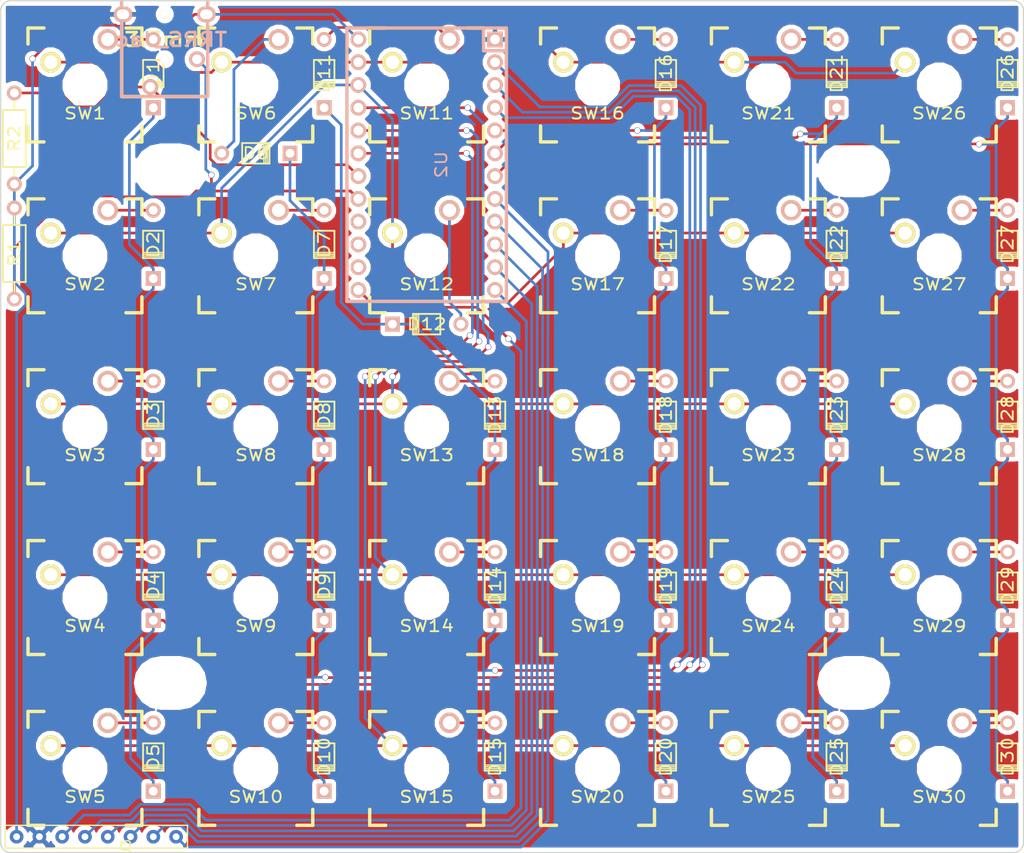
<source format=kicad_pcb>
(kicad_pcb (version 4) (host pcbnew 4.0.6)
  (layers (0 F.Cu signal hide) (31 B.Cu signal hide) (34 B.Paste user hide) (35 F.Paste user hide) (36 B.SilkS user hide) (37 F.SilkS user hide) (38 B.Mask user hide) (39 F.Mask user hide) (44 Edge.Cuts user))
  (net 0 "")
  (net 1 "Net-(D1-Pad1)")
  (net 2 "Net-(D1-Pad2)")
  (net 3 "Net-(D2-Pad1)")
  (net 4 "Net-(D3-Pad1)")
  (net 5 "Net-(D4-Pad1)")
  (net 6 "Net-(D5-Pad1)")
  (net 7 "Net-(D6-Pad1)")
  (net 8 "Net-(D10-Pad2)")
  (net 9 "Net-(D7-Pad1)")
  (net 10 "Net-(D8-Pad1)")
  (net 11 "Net-(D9-Pad1)")
  (net 12 "Net-(D10-Pad1)")
  (net 13 "Net-(D11-Pad1)")
  (net 14 "Net-(D11-Pad2)")
  (net 15 "Net-(D12-Pad1)")
  (net 16 "Net-(D13-Pad1)")
  (net 17 "Net-(D14-Pad1)")
  (net 18 "Net-(D15-Pad1)")
  (net 19 "Net-(D16-Pad1)")
  (net 20 "Net-(D16-Pad2)")
  (net 21 "Net-(D17-Pad1)")
  (net 22 "Net-(D18-Pad1)")
  (net 23 "Net-(D19-Pad1)")
  (net 24 "Net-(D20-Pad1)")
  (net 25 "Net-(D21-Pad1)")
  (net 26 "Net-(D21-Pad2)")
  (net 27 "Net-(D22-Pad1)")
  (net 28 "Net-(D23-Pad1)")
  (net 29 "Net-(D24-Pad1)")
  (net 30 "Net-(D25-Pad1)")
  (net 31 "Net-(D26-Pad1)")
  (net 32 "Net-(D26-Pad2)")
  (net 33 "Net-(D27-Pad1)")
  (net 34 "Net-(D28-Pad1)")
  (net 35 "Net-(D29-Pad1)")
  (net 36 "Net-(D30-Pad1)")
  (net 37 "Net-(R1-Pad1)")
  (net 38 "Net-(R1-Pad2)")
  (net 39 "Net-(R2-Pad1)")
  (net 40 "Net-(SW1-Pad1)")
  (net 41 "Net-(SW12-Pad1)")
  (net 42 "Net-(SW13-Pad1)")
  (net 43 "Net-(SW14-Pad1)")
  (net 44 "Net-(SW10-Pad1)")
  (net 45 GND)
  (net 46 "Net-(U2-Pad8)")
  (net 47 "Net-(U2-Pad9)")
  (net 48 "Net-(U2-Pad10)")
  (net 49 "Net-(U2-Pad11)")
  (net 50 "Net-(U2-Pad12)")
  (net 51 "Net-(U2-Pad18)")
  (net 52 "Net-(U2-Pad19)")
  (net 53 "Net-(U2-Pad20)")
  (net 54 "Net-(U2-Pad21)")
  (module Keyboard:CHERRY_PLATE_100H (layer F.Cu) (at 107.95 54.61)
    (fp_text reference SW11 (at 0 3.175) (layer F.SilkS) (effects (font (size 1.27 1.524) (thickness 0.2032))))
    (fp_text value SW_PUSH_SMALL_H hide)
    (pad 2 thru_hole circle (at 2.54 -5.08) (size 2.286 2.286) (drill 1.4986) (layers *.Cu *.SilkS *.Mask) (net 13 "Net-(D11-Pad1)"))
    (pad 1 thru_hole circle (at -3.81 -2.54) (size 2.286 2.286) (drill 1.4986) (layers *.Cu *.Mask F.SilkS) (net 40 "Net-(SW1-Pad1)"))
    (pad HOLE np_thru_hole circle (at 0 0) (size 3.9878 3.9878) (drill 3.9878) (layers *.Cu))
  )
  (module trs:4pin35mmAudio (layer B.Cu) (at 78.74 43.8404 270)
    (fp_text reference U1 hide)
    (fp_text value TRRS_Jack (at 5.715 0 540) (layer B.SilkS) (effects (font (size 1.524 1.778) (thickness 0.3048)) (justify mirror)))
    (fp_text user 3.5mm (at 5.715 0 540) (layer F.SilkS) (effects (font (size 1.524 1.778) (thickness 0.3048))))
    (pad 1 thru_hole oval (at 2.8956 4.6482 270) (size 1.7526 2.0574) (drill oval 1.0922 1.397) (layers *.Cu *.Mask B.SilkS) (net 45 GND))
    (pad 4 thru_hole circle (at 7.8994 -3.6068 270) (size 1.7526 1.7526) (drill 1.0922) (layers *.Cu *.Mask B.SilkS) (net 37 "Net-(R1-Pad1)"))
    (pad 3 thru_hole circle (at 10.9982 1.6002 270) (size 1.7526 1.7526) (drill 1.0922) (layers *.Cu *.Mask B.SilkS) (net 39 "Net-(R2-Pad1)"))
    (pad 2 thru_hole oval (at 2.8956 -4.6482 270) (size 1.7526 2.0574) (drill oval 1.0922 1.397) (layers *.Cu *.Mask B.SilkS) (net 38 "Net-(R1-Pad2)"))
    (pad HOLE np_thru_hole circle (at 2.8956 0 270) (size 0.9906 0.9906) (drill 0.9906) (layers *.Cu *.Mask B.SilkS))
    (pad HOLE np_thru_hole circle (at 7.8994 0 270) (size 0.9906 0.9906) (drill 0.9906) (layers *.Cu *.Mask B.SilkS))
  )
  (module Keyboard:CHERRY_PLATE_100H (layer F.Cu) (at 69.85 54.61)
    (fp_text reference SW1 (at 0 3.175) (layer F.SilkS) (effects (font (size 1.27 1.524) (thickness 0.2032))))
    (fp_text value SW_PUSH_SMALL_H hide)
    (pad 2 thru_hole circle (at 2.54 -5.08) (size 2.286 2.286) (drill 1.4986) (layers *.Cu *.SilkS *.Mask) (net 1 "Net-(D1-Pad1)"))
    (pad 1 thru_hole circle (at -3.81 -2.54) (size 2.286 2.286) (drill 1.4986) (layers *.Cu *.Mask F.SilkS) (net 40 "Net-(SW1-Pad1)"))
    (pad HOLE np_thru_hole circle (at 0 0) (size 3.9878 3.9878) (drill 3.9878) (layers *.Cu))
  )
  (module Keyboard:TEENSY_2.0 (layer B.Cu) (at 107.95 63.5 270)
    (fp_text reference U2 (at 0 -1.625 270) (layer B.SilkS) (effects (font (size 1.27 1.524) (thickness 0.2032)) (justify mirror)))
    (fp_text value TEENSY2.0 hide)
    (pad 1 thru_hole rect (at -13.97 -7.62 270) (size 1.7526 1.7526) (drill 1.0922) (layers *.Cu *.SilkS *.Mask) (net 45 GND))
    (pad 2 thru_hole circle (at -11.43 -7.62 270) (size 1.7526 1.7526) (drill 1.0922) (layers *.Cu *.SilkS *.Mask) (net 2 "Net-(D1-Pad2)"))
    (pad 3 thru_hole circle (at -8.89 -7.62 270) (size 1.7526 1.7526) (drill 1.0922) (layers *.Cu *.SilkS *.Mask) (net 8 "Net-(D10-Pad2)"))
    (pad 4 thru_hole circle (at -6.35 -7.62 270) (size 1.7526 1.7526) (drill 1.0922) (layers *.Cu *.SilkS *.Mask) (net 14 "Net-(D11-Pad2)"))
    (pad 5 thru_hole circle (at -3.81 -7.62 270) (size 1.7526 1.7526) (drill 1.0922) (layers *.Cu *.SilkS *.Mask) (net 20 "Net-(D16-Pad2)"))
    (pad 6 thru_hole circle (at -1.27 -7.62 270) (size 1.7526 1.7526) (drill 1.0922) (layers *.Cu *.SilkS *.Mask) (net 26 "Net-(D21-Pad2)"))
    (pad 7 thru_hole circle (at 1.27 -7.62 270) (size 1.7526 1.7526) (drill 1.0922) (layers *.Cu *.SilkS *.Mask) (net 32 "Net-(D26-Pad2)"))
    (pad 8 thru_hole circle (at 3.81 -7.62 270) (size 1.7526 1.7526) (drill 1.0922) (layers *.Cu *.SilkS *.Mask) (net 46 "Net-(U2-Pad8)"))
    (pad 9 thru_hole circle (at 6.35 -7.62 270) (size 1.7526 1.7526) (drill 1.0922) (layers *.Cu *.SilkS *.Mask) (net 47 "Net-(U2-Pad9)"))
    (pad 10 thru_hole circle (at 8.89 -7.62 270) (size 1.7526 1.7526) (drill 1.0922) (layers *.Cu *.SilkS *.Mask) (net 48 "Net-(U2-Pad10)"))
    (pad 11 thru_hole circle (at 11.43 -7.62 270) (size 1.7526 1.7526) (drill 1.0922) (layers *.Cu *.SilkS *.Mask) (net 49 "Net-(U2-Pad11)"))
    (pad 12 thru_hole circle (at 13.97 -7.62 270) (size 1.7526 1.7526) (drill 1.0922) (layers *.Cu *.SilkS *.Mask) (net 50 "Net-(U2-Pad12)"))
    (pad 18 thru_hole circle (at 13.97 7.62 270) (size 1.7526 1.7526) (drill 1.0922) (layers *.Cu *.SilkS *.Mask) (net 51 "Net-(U2-Pad18)"))
    (pad 19 thru_hole circle (at 11.43 7.62 270) (size 1.7526 1.7526) (drill 1.0922) (layers *.Cu *.SilkS *.Mask) (net 52 "Net-(U2-Pad19)"))
    (pad 20 thru_hole circle (at 8.89 7.62 270) (size 1.7526 1.7526) (drill 1.0922) (layers *.Cu *.SilkS *.Mask) (net 53 "Net-(U2-Pad20)"))
    (pad 21 thru_hole circle (at 6.35 7.62 270) (size 1.7526 1.7526) (drill 1.0922) (layers *.Cu *.SilkS *.Mask) (net 54 "Net-(U2-Pad21)"))
    (pad 22 thru_hole circle (at 3.81 7.62 270) (size 1.7526 1.7526) (drill 1.0922) (layers *.Cu *.SilkS *.Mask) (net 37 "Net-(R1-Pad1)"))
    (pad 23 thru_hole circle (at 1.27 7.62 270) (size 1.7526 1.7526) (drill 1.0922) (layers *.Cu *.SilkS *.Mask) (net 39 "Net-(R2-Pad1)"))
    (pad 24 thru_hole circle (at -1.27 7.62 270) (size 1.7526 1.7526) (drill 1.0922) (layers *.Cu *.SilkS *.Mask) (net 44 "Net-(SW10-Pad1)"))
    (pad 25 thru_hole circle (at -3.81 7.62 270) (size 1.7526 1.7526) (drill 1.0922) (layers *.Cu *.SilkS *.Mask) (net 43 "Net-(SW14-Pad1)"))
    (pad 26 thru_hole circle (at -6.35 7.62 270) (size 1.7526 1.7526) (drill 1.0922) (layers *.Cu *.SilkS *.Mask) (net 42 "Net-(SW13-Pad1)"))
    (pad 27 thru_hole circle (at -8.89 7.62 270) (size 1.7526 1.7526) (drill 1.0922) (layers *.Cu *.SilkS *.Mask) (net 41 "Net-(SW12-Pad1)"))
    (pad 28 thru_hole circle (at -11.43 7.62 270) (size 1.7526 1.7526) (drill 1.0922) (layers *.Cu *.SilkS *.Mask) (net 40 "Net-(SW1-Pad1)"))
    (pad 29 thru_hole circle (at -13.97 7.62 270) (size 1.7526 1.7526) (drill 1.0922) (layers *.Cu *.SilkS *.Mask) (net 38 "Net-(R1-Pad2)"))
  )
  (module Keyboard:CHERRY_PLATE_100H (layer F.Cu) (at 146.05 73.66)
    (fp_text reference SW22 (at 0 3.175) (layer F.SilkS) (effects (font (size 1.27 1.524) (thickness 0.2032))))
    (fp_text value SW_PUSH_SMALL_H hide)
    (pad 2 thru_hole circle (at 2.54 -5.08) (size 2.286 2.286) (drill 1.4986) (layers *.Cu *.SilkS *.Mask) (net 27 "Net-(D22-Pad1)"))
    (pad 1 thru_hole circle (at -3.81 -2.54) (size 2.286 2.286) (drill 1.4986) (layers *.Cu *.Mask F.SilkS) (net 41 "Net-(SW12-Pad1)"))
    (pad HOLE np_thru_hole circle (at 0 0) (size 3.9878 3.9878) (drill 3.9878) (layers *.Cu))
  )
  (module Keyboard:bb_trackball (layer F.Cu) (at 72.39 138.43 270)
    (fp_text reference U3 (at 1.27 -2.04 270) (layer F.SilkS))
    (fp_text value Blackberry_Trackball hide)
    (pad 4 thru_hole circle (at 0 -7.62 270) (size 1.524 1.524) (drill 0.762) (layers *.Cu *.Mask) (net 46 "Net-(U2-Pad8)"))
    (pad 5 thru_hole circle (at 0 -5.08 270) (size 1.524 1.524) (drill 0.762) (layers *.Cu *.Mask) (net 47 "Net-(U2-Pad9)"))
    (pad 6 thru_hole circle (at 0 -2.54 270) (size 1.524 1.524) (drill 0.762) (layers *.Cu *.Mask) (net 48 "Net-(U2-Pad10)"))
    (pad 7 thru_hole circle (at 0 0 270) (size 1.524 1.524) (drill 0.762) (layers *.Cu *.Mask) (net 49 "Net-(U2-Pad11)"))
    (pad 8 thru_hole circle (at 0 2.54 270) (size 1.524 1.524) (drill 0.762) (layers *.Cu *.Mask) (net 50 "Net-(U2-Pad12)"))
    (pad 9 thru_hole circle (at 0 5.08 270) (size 1.524 1.524) (drill 0.762) (layers *.Cu *.Mask) (net 51 "Net-(U2-Pad18)"))
    (pad 10 thru_hole circle (at 0 7.62 270) (size 1.524 1.524) (drill 0.762) (layers *.Cu *.Mask) (net 45 GND))
    (pad 11 thru_hole circle (at 0 10.16 270) (size 1.524 1.524) (drill 0.762) (layers *.Cu *.Mask) (net 38 "Net-(R1-Pad2)"))
  )
  (module Keyboard:CHERRY_PLATE_100H (layer F.Cu) (at 165.1 130.81)
    (fp_text reference SW30 (at 0 3.175) (layer F.SilkS) (effects (font (size 1.27 1.524) (thickness 0.2032))))
    (fp_text value SW_PUSH_SMALL_H hide)
    (pad 2 thru_hole circle (at 2.54 -5.08) (size 2.286 2.286) (drill 1.4986) (layers *.Cu *.SilkS *.Mask) (net 36 "Net-(D30-Pad1)"))
    (pad 1 thru_hole circle (at -3.81 -2.54) (size 2.286 2.286) (drill 1.4986) (layers *.Cu *.Mask F.SilkS) (net 44 "Net-(SW10-Pad1)"))
    (pad HOLE np_thru_hole circle (at 0 0) (size 3.9878 3.9878) (drill 3.9878) (layers *.Cu))
  )
  (module Keyboard:CHERRY_PLATE_100H (layer F.Cu) (at 165.1 111.76)
    (fp_text reference SW29 (at 0 3.175) (layer F.SilkS) (effects (font (size 1.27 1.524) (thickness 0.2032))))
    (fp_text value SW_PUSH_SMALL_H hide)
    (pad 2 thru_hole circle (at 2.54 -5.08) (size 2.286 2.286) (drill 1.4986) (layers *.Cu *.SilkS *.Mask) (net 35 "Net-(D29-Pad1)"))
    (pad 1 thru_hole circle (at -3.81 -2.54) (size 2.286 2.286) (drill 1.4986) (layers *.Cu *.Mask F.SilkS) (net 43 "Net-(SW14-Pad1)"))
    (pad HOLE np_thru_hole circle (at 0 0) (size 3.9878 3.9878) (drill 3.9878) (layers *.Cu))
  )
  (module Keyboard:CHERRY_PLATE_100H (layer F.Cu) (at 165.1 92.71)
    (fp_text reference SW28 (at 0 3.175) (layer F.SilkS) (effects (font (size 1.27 1.524) (thickness 0.2032))))
    (fp_text value SW_PUSH_SMALL_H hide)
    (pad 2 thru_hole circle (at 2.54 -5.08) (size 2.286 2.286) (drill 1.4986) (layers *.Cu *.SilkS *.Mask) (net 34 "Net-(D28-Pad1)"))
    (pad 1 thru_hole circle (at -3.81 -2.54) (size 2.286 2.286) (drill 1.4986) (layers *.Cu *.Mask F.SilkS) (net 42 "Net-(SW13-Pad1)"))
    (pad HOLE np_thru_hole circle (at 0 0) (size 3.9878 3.9878) (drill 3.9878) (layers *.Cu))
  )
  (module Keyboard:CHERRY_PLATE_100H (layer F.Cu) (at 165.1 73.66)
    (fp_text reference SW27 (at 0 3.175) (layer F.SilkS) (effects (font (size 1.27 1.524) (thickness 0.2032))))
    (fp_text value SW_PUSH_SMALL_H hide)
    (pad 2 thru_hole circle (at 2.54 -5.08) (size 2.286 2.286) (drill 1.4986) (layers *.Cu *.SilkS *.Mask) (net 33 "Net-(D27-Pad1)"))
    (pad 1 thru_hole circle (at -3.81 -2.54) (size 2.286 2.286) (drill 1.4986) (layers *.Cu *.Mask F.SilkS) (net 41 "Net-(SW12-Pad1)"))
    (pad HOLE np_thru_hole circle (at 0 0) (size 3.9878 3.9878) (drill 3.9878) (layers *.Cu))
  )
  (module Keyboard:CHERRY_PLATE_100H (layer F.Cu) (at 165.1 54.61)
    (fp_text reference SW26 (at 0 3.175) (layer F.SilkS) (effects (font (size 1.27 1.524) (thickness 0.2032))))
    (fp_text value SW_PUSH_SMALL_H hide)
    (pad 2 thru_hole circle (at 2.54 -5.08) (size 2.286 2.286) (drill 1.4986) (layers *.Cu *.SilkS *.Mask) (net 31 "Net-(D26-Pad1)"))
    (pad 1 thru_hole circle (at -3.81 -2.54) (size 2.286 2.286) (drill 1.4986) (layers *.Cu *.Mask F.SilkS) (net 40 "Net-(SW1-Pad1)"))
    (pad HOLE np_thru_hole circle (at 0 0) (size 3.9878 3.9878) (drill 3.9878) (layers *.Cu))
  )
  (module Keyboard:CHERRY_PLATE_100H (layer F.Cu) (at 146.05 130.81)
    (fp_text reference SW25 (at 0 3.175) (layer F.SilkS) (effects (font (size 1.27 1.524) (thickness 0.2032))))
    (fp_text value SW_PUSH_SMALL_H hide)
    (pad 2 thru_hole circle (at 2.54 -5.08) (size 2.286 2.286) (drill 1.4986) (layers *.Cu *.SilkS *.Mask) (net 30 "Net-(D25-Pad1)"))
    (pad 1 thru_hole circle (at -3.81 -2.54) (size 2.286 2.286) (drill 1.4986) (layers *.Cu *.Mask F.SilkS) (net 44 "Net-(SW10-Pad1)"))
    (pad HOLE np_thru_hole circle (at 0 0) (size 3.9878 3.9878) (drill 3.9878) (layers *.Cu))
  )
  (module Keyboard:CHERRY_PLATE_100H (layer F.Cu) (at 146.05 111.76)
    (fp_text reference SW24 (at 0 3.175) (layer F.SilkS) (effects (font (size 1.27 1.524) (thickness 0.2032))))
    (fp_text value SW_PUSH_SMALL_H hide)
    (pad 2 thru_hole circle (at 2.54 -5.08) (size 2.286 2.286) (drill 1.4986) (layers *.Cu *.SilkS *.Mask) (net 29 "Net-(D24-Pad1)"))
    (pad 1 thru_hole circle (at -3.81 -2.54) (size 2.286 2.286) (drill 1.4986) (layers *.Cu *.Mask F.SilkS) (net 43 "Net-(SW14-Pad1)"))
    (pad HOLE np_thru_hole circle (at 0 0) (size 3.9878 3.9878) (drill 3.9878) (layers *.Cu))
  )
  (module Keyboard:CHERRY_PLATE_100H (layer F.Cu) (at 146.05 92.71)
    (fp_text reference SW23 (at 0 3.175) (layer F.SilkS) (effects (font (size 1.27 1.524) (thickness 0.2032))))
    (fp_text value SW_PUSH_SMALL_H hide)
    (pad 2 thru_hole circle (at 2.54 -5.08) (size 2.286 2.286) (drill 1.4986) (layers *.Cu *.SilkS *.Mask) (net 28 "Net-(D23-Pad1)"))
    (pad 1 thru_hole circle (at -3.81 -2.54) (size 2.286 2.286) (drill 1.4986) (layers *.Cu *.Mask F.SilkS) (net 42 "Net-(SW13-Pad1)"))
    (pad HOLE np_thru_hole circle (at 0 0) (size 3.9878 3.9878) (drill 3.9878) (layers *.Cu))
  )
  (module Keyboard:CHERRY_PLATE_100H (layer F.Cu) (at 146.05 54.61)
    (fp_text reference SW21 (at 0 3.175) (layer F.SilkS) (effects (font (size 1.27 1.524) (thickness 0.2032))))
    (fp_text value SW_PUSH_SMALL_H hide)
    (pad 2 thru_hole circle (at 2.54 -5.08) (size 2.286 2.286) (drill 1.4986) (layers *.Cu *.SilkS *.Mask) (net 25 "Net-(D21-Pad1)"))
    (pad 1 thru_hole circle (at -3.81 -2.54) (size 2.286 2.286) (drill 1.4986) (layers *.Cu *.Mask F.SilkS) (net 40 "Net-(SW1-Pad1)"))
    (pad HOLE np_thru_hole circle (at 0 0) (size 3.9878 3.9878) (drill 3.9878) (layers *.Cu))
  )
  (module Keyboard:CHERRY_PLATE_100H (layer F.Cu) (at 127 130.81)
    (fp_text reference SW20 (at 0 3.175) (layer F.SilkS) (effects (font (size 1.27 1.524) (thickness 0.2032))))
    (fp_text value SW_PUSH_SMALL_H hide)
    (pad 2 thru_hole circle (at 2.54 -5.08) (size 2.286 2.286) (drill 1.4986) (layers *.Cu *.SilkS *.Mask) (net 24 "Net-(D20-Pad1)"))
    (pad 1 thru_hole circle (at -3.81 -2.54) (size 2.286 2.286) (drill 1.4986) (layers *.Cu *.Mask F.SilkS) (net 44 "Net-(SW10-Pad1)"))
    (pad HOLE np_thru_hole circle (at 0 0) (size 3.9878 3.9878) (drill 3.9878) (layers *.Cu))
  )
  (module Keyboard:CHERRY_PLATE_100H (layer F.Cu) (at 127 111.76)
    (fp_text reference SW19 (at 0 3.175) (layer F.SilkS) (effects (font (size 1.27 1.524) (thickness 0.2032))))
    (fp_text value SW_PUSH_SMALL_H hide)
    (pad 2 thru_hole circle (at 2.54 -5.08) (size 2.286 2.286) (drill 1.4986) (layers *.Cu *.SilkS *.Mask) (net 23 "Net-(D19-Pad1)"))
    (pad 1 thru_hole circle (at -3.81 -2.54) (size 2.286 2.286) (drill 1.4986) (layers *.Cu *.Mask F.SilkS) (net 43 "Net-(SW14-Pad1)"))
    (pad HOLE np_thru_hole circle (at 0 0) (size 3.9878 3.9878) (drill 3.9878) (layers *.Cu))
  )
  (module Keyboard:CHERRY_PLATE_100H (layer F.Cu) (at 127 92.71)
    (fp_text reference SW18 (at 0 3.175) (layer F.SilkS) (effects (font (size 1.27 1.524) (thickness 0.2032))))
    (fp_text value SW_PUSH_SMALL_H hide)
    (pad 2 thru_hole circle (at 2.54 -5.08) (size 2.286 2.286) (drill 1.4986) (layers *.Cu *.SilkS *.Mask) (net 22 "Net-(D18-Pad1)"))
    (pad 1 thru_hole circle (at -3.81 -2.54) (size 2.286 2.286) (drill 1.4986) (layers *.Cu *.Mask F.SilkS) (net 42 "Net-(SW13-Pad1)"))
    (pad HOLE np_thru_hole circle (at 0 0) (size 3.9878 3.9878) (drill 3.9878) (layers *.Cu))
  )
  (module Keyboard:CHERRY_PLATE_100H (layer F.Cu) (at 127 73.66)
    (fp_text reference SW17 (at 0 3.175) (layer F.SilkS) (effects (font (size 1.27 1.524) (thickness 0.2032))))
    (fp_text value SW_PUSH_SMALL_H hide)
    (pad 2 thru_hole circle (at 2.54 -5.08) (size 2.286 2.286) (drill 1.4986) (layers *.Cu *.SilkS *.Mask) (net 21 "Net-(D17-Pad1)"))
    (pad 1 thru_hole circle (at -3.81 -2.54) (size 2.286 2.286) (drill 1.4986) (layers *.Cu *.Mask F.SilkS) (net 41 "Net-(SW12-Pad1)"))
    (pad HOLE np_thru_hole circle (at 0 0) (size 3.9878 3.9878) (drill 3.9878) (layers *.Cu))
  )
  (module Keyboard:CHERRY_PLATE_100H (layer F.Cu) (at 127 54.61)
    (fp_text reference SW16 (at 0 3.175) (layer F.SilkS) (effects (font (size 1.27 1.524) (thickness 0.2032))))
    (fp_text value SW_PUSH_SMALL_H hide)
    (pad 2 thru_hole circle (at 2.54 -5.08) (size 2.286 2.286) (drill 1.4986) (layers *.Cu *.SilkS *.Mask) (net 19 "Net-(D16-Pad1)"))
    (pad 1 thru_hole circle (at -3.81 -2.54) (size 2.286 2.286) (drill 1.4986) (layers *.Cu *.Mask F.SilkS) (net 40 "Net-(SW1-Pad1)"))
    (pad HOLE np_thru_hole circle (at 0 0) (size 3.9878 3.9878) (drill 3.9878) (layers *.Cu))
  )
  (module Keyboard:CHERRY_PLATE_100H (layer F.Cu) (at 107.95 130.81)
    (fp_text reference SW15 (at 0 3.175) (layer F.SilkS) (effects (font (size 1.27 1.524) (thickness 0.2032))))
    (fp_text value SW_PUSH_SMALL_H hide)
    (pad 2 thru_hole circle (at 2.54 -5.08) (size 2.286 2.286) (drill 1.4986) (layers *.Cu *.SilkS *.Mask) (net 18 "Net-(D15-Pad1)"))
    (pad 1 thru_hole circle (at -3.81 -2.54) (size 2.286 2.286) (drill 1.4986) (layers *.Cu *.Mask F.SilkS) (net 44 "Net-(SW10-Pad1)"))
    (pad HOLE np_thru_hole circle (at 0 0) (size 3.9878 3.9878) (drill 3.9878) (layers *.Cu))
  )
  (module Keyboard:CHERRY_PLATE_100H (layer F.Cu) (at 107.95 111.76)
    (fp_text reference SW14 (at 0 3.175) (layer F.SilkS) (effects (font (size 1.27 1.524) (thickness 0.2032))))
    (fp_text value SW_PUSH_SMALL_H hide)
    (pad 2 thru_hole circle (at 2.54 -5.08) (size 2.286 2.286) (drill 1.4986) (layers *.Cu *.SilkS *.Mask) (net 17 "Net-(D14-Pad1)"))
    (pad 1 thru_hole circle (at -3.81 -2.54) (size 2.286 2.286) (drill 1.4986) (layers *.Cu *.Mask F.SilkS) (net 43 "Net-(SW14-Pad1)"))
    (pad HOLE np_thru_hole circle (at 0 0) (size 3.9878 3.9878) (drill 3.9878) (layers *.Cu))
  )
  (module Keyboard:CHERRY_PLATE_100H (layer F.Cu) (at 107.95 92.71)
    (fp_text reference SW13 (at 0 3.175) (layer F.SilkS) (effects (font (size 1.27 1.524) (thickness 0.2032))))
    (fp_text value SW_PUSH_SMALL_H hide)
    (pad 2 thru_hole circle (at 2.54 -5.08) (size 2.286 2.286) (drill 1.4986) (layers *.Cu *.SilkS *.Mask) (net 16 "Net-(D13-Pad1)"))
    (pad 1 thru_hole circle (at -3.81 -2.54) (size 2.286 2.286) (drill 1.4986) (layers *.Cu *.Mask F.SilkS) (net 42 "Net-(SW13-Pad1)"))
    (pad HOLE np_thru_hole circle (at 0 0) (size 3.9878 3.9878) (drill 3.9878) (layers *.Cu))
  )
  (module Keyboard:CHERRY_PLATE_100H (layer F.Cu) (at 107.95 73.66)
    (fp_text reference SW12 (at 0 3.175) (layer F.SilkS) (effects (font (size 1.27 1.524) (thickness 0.2032))))
    (fp_text value SW_PUSH_SMALL_H hide)
    (pad 2 thru_hole circle (at 2.54 -5.08) (size 2.286 2.286) (drill 1.4986) (layers *.Cu *.SilkS *.Mask) (net 15 "Net-(D12-Pad1)"))
    (pad 1 thru_hole circle (at -3.81 -2.54) (size 2.286 2.286) (drill 1.4986) (layers *.Cu *.Mask F.SilkS) (net 41 "Net-(SW12-Pad1)"))
    (pad HOLE np_thru_hole circle (at 0 0) (size 3.9878 3.9878) (drill 3.9878) (layers *.Cu))
  )
  (module Keyboard:CHERRY_PLATE_100H (layer F.Cu) (at 88.9 130.81)
    (fp_text reference SW10 (at 0 3.175) (layer F.SilkS) (effects (font (size 1.27 1.524) (thickness 0.2032))))
    (fp_text value SW_PUSH_SMALL_H hide)
    (pad 2 thru_hole circle (at 2.54 -5.08) (size 2.286 2.286) (drill 1.4986) (layers *.Cu *.SilkS *.Mask) (net 12 "Net-(D10-Pad1)"))
    (pad 1 thru_hole circle (at -3.81 -2.54) (size 2.286 2.286) (drill 1.4986) (layers *.Cu *.Mask F.SilkS) (net 44 "Net-(SW10-Pad1)"))
    (pad HOLE np_thru_hole circle (at 0 0) (size 3.9878 3.9878) (drill 3.9878) (layers *.Cu))
  )
  (module Keyboard:CHERRY_PLATE_100H (layer F.Cu) (at 88.9 111.76)
    (fp_text reference SW9 (at 0 3.175) (layer F.SilkS) (effects (font (size 1.27 1.524) (thickness 0.2032))))
    (fp_text value SW_PUSH_SMALL_H hide)
    (pad 2 thru_hole circle (at 2.54 -5.08) (size 2.286 2.286) (drill 1.4986) (layers *.Cu *.SilkS *.Mask) (net 11 "Net-(D9-Pad1)"))
    (pad 1 thru_hole circle (at -3.81 -2.54) (size 2.286 2.286) (drill 1.4986) (layers *.Cu *.Mask F.SilkS) (net 43 "Net-(SW14-Pad1)"))
    (pad HOLE np_thru_hole circle (at 0 0) (size 3.9878 3.9878) (drill 3.9878) (layers *.Cu))
  )
  (module Keyboard:CHERRY_PLATE_100H (layer F.Cu) (at 88.9 92.71)
    (fp_text reference SW8 (at 0 3.175) (layer F.SilkS) (effects (font (size 1.27 1.524) (thickness 0.2032))))
    (fp_text value SW_PUSH_SMALL_H hide)
    (pad 2 thru_hole circle (at 2.54 -5.08) (size 2.286 2.286) (drill 1.4986) (layers *.Cu *.SilkS *.Mask) (net 10 "Net-(D8-Pad1)"))
    (pad 1 thru_hole circle (at -3.81 -2.54) (size 2.286 2.286) (drill 1.4986) (layers *.Cu *.Mask F.SilkS) (net 42 "Net-(SW13-Pad1)"))
    (pad HOLE np_thru_hole circle (at 0 0) (size 3.9878 3.9878) (drill 3.9878) (layers *.Cu))
  )
  (module Keyboard:CHERRY_PLATE_100H (layer F.Cu) (at 88.9 73.66)
    (fp_text reference SW7 (at 0 3.175) (layer F.SilkS) (effects (font (size 1.27 1.524) (thickness 0.2032))))
    (fp_text value SW_PUSH_SMALL_H hide)
    (pad 2 thru_hole circle (at 2.54 -5.08) (size 2.286 2.286) (drill 1.4986) (layers *.Cu *.SilkS *.Mask) (net 9 "Net-(D7-Pad1)"))
    (pad 1 thru_hole circle (at -3.81 -2.54) (size 2.286 2.286) (drill 1.4986) (layers *.Cu *.Mask F.SilkS) (net 41 "Net-(SW12-Pad1)"))
    (pad HOLE np_thru_hole circle (at 0 0) (size 3.9878 3.9878) (drill 3.9878) (layers *.Cu))
  )
  (module Keyboard:CHERRY_PLATE_100H (layer F.Cu) (at 88.9 54.61)
    (fp_text reference SW6 (at 0 3.175) (layer F.SilkS) (effects (font (size 1.27 1.524) (thickness 0.2032))))
    (fp_text value SW_PUSH_SMALL_H hide)
    (pad 2 thru_hole circle (at 2.54 -5.08) (size 2.286 2.286) (drill 1.4986) (layers *.Cu *.SilkS *.Mask) (net 7 "Net-(D6-Pad1)"))
    (pad 1 thru_hole circle (at -3.81 -2.54) (size 2.286 2.286) (drill 1.4986) (layers *.Cu *.Mask F.SilkS) (net 40 "Net-(SW1-Pad1)"))
    (pad HOLE np_thru_hole circle (at 0 0) (size 3.9878 3.9878) (drill 3.9878) (layers *.Cu))
  )
  (module Keyboard:CHERRY_PLATE_100H (layer F.Cu) (at 69.85 130.81)
    (fp_text reference SW5 (at 0 3.175) (layer F.SilkS) (effects (font (size 1.27 1.524) (thickness 0.2032))))
    (fp_text value SW_PUSH_SMALL_H hide)
    (pad 2 thru_hole circle (at 2.54 -5.08) (size 2.286 2.286) (drill 1.4986) (layers *.Cu *.SilkS *.Mask) (net 6 "Net-(D5-Pad1)"))
    (pad 1 thru_hole circle (at -3.81 -2.54) (size 2.286 2.286) (drill 1.4986) (layers *.Cu *.Mask F.SilkS) (net 44 "Net-(SW10-Pad1)"))
    (pad HOLE np_thru_hole circle (at 0 0) (size 3.9878 3.9878) (drill 3.9878) (layers *.Cu))
  )
  (module Keyboard:CHERRY_PLATE_100H (layer F.Cu) (at 69.85 111.76)
    (fp_text reference SW4 (at 0 3.175) (layer F.SilkS) (effects (font (size 1.27 1.524) (thickness 0.2032))))
    (fp_text value SW_PUSH_SMALL_H hide)
    (pad 2 thru_hole circle (at 2.54 -5.08) (size 2.286 2.286) (drill 1.4986) (layers *.Cu *.SilkS *.Mask) (net 5 "Net-(D4-Pad1)"))
    (pad 1 thru_hole circle (at -3.81 -2.54) (size 2.286 2.286) (drill 1.4986) (layers *.Cu *.Mask F.SilkS) (net 43 "Net-(SW14-Pad1)"))
    (pad HOLE np_thru_hole circle (at 0 0) (size 3.9878 3.9878) (drill 3.9878) (layers *.Cu))
  )
  (module Keyboard:CHERRY_PLATE_100H (layer F.Cu) (at 69.85 92.71)
    (fp_text reference SW3 (at 0 3.175) (layer F.SilkS) (effects (font (size 1.27 1.524) (thickness 0.2032))))
    (fp_text value SW_PUSH_SMALL_H hide)
    (pad 2 thru_hole circle (at 2.54 -5.08) (size 2.286 2.286) (drill 1.4986) (layers *.Cu *.SilkS *.Mask) (net 4 "Net-(D3-Pad1)"))
    (pad 1 thru_hole circle (at -3.81 -2.54) (size 2.286 2.286) (drill 1.4986) (layers *.Cu *.Mask F.SilkS) (net 42 "Net-(SW13-Pad1)"))
    (pad HOLE np_thru_hole circle (at 0 0) (size 3.9878 3.9878) (drill 3.9878) (layers *.Cu))
  )
  (module Keyboard:CHERRY_PLATE_100H (layer F.Cu) (at 69.85 73.66)
    (fp_text reference SW2 (at 0 3.175) (layer F.SilkS) (effects (font (size 1.27 1.524) (thickness 0.2032))))
    (fp_text value SW_PUSH_SMALL_H hide)
    (pad 2 thru_hole circle (at 2.54 -5.08) (size 2.286 2.286) (drill 1.4986) (layers *.Cu *.SilkS *.Mask) (net 3 "Net-(D2-Pad1)"))
    (pad 1 thru_hole circle (at -3.81 -2.54) (size 2.286 2.286) (drill 1.4986) (layers *.Cu *.Mask F.SilkS) (net 41 "Net-(SW12-Pad1)"))
    (pad HOLE np_thru_hole circle (at 0 0) (size 3.9878 3.9878) (drill 3.9878) (layers *.Cu))
  )
  (module Keyboard:DIODE (layer F.Cu) (at 77.47 53.34 270)
    (fp_text reference D1 (at 0 0 270) (layer F.SilkS) (effects (font (size 1.27 1.524) (thickness 0.2032))))
    (fp_text value DIODE hide)
    (pad 1 thru_hole circle (at -3.81 0 270) (size 1.651 1.651) (drill 0.9906) (layers *.Cu *.SilkS *.Mask) (net 1 "Net-(D1-Pad1)"))
    (pad 2 thru_hole rect (at 3.81 0 270) (size 1.651 1.651) (drill 0.9906) (layers *.Cu *.SilkS *.Mask) (net 2 "Net-(D1-Pad2)"))
  )
  (module Keyboard:DIODE (layer F.Cu) (at 77.47 72.39 270)
    (fp_text reference D2 (at 0 0 270) (layer F.SilkS) (effects (font (size 1.27 1.524) (thickness 0.2032))))
    (fp_text value DIODE hide)
    (pad 1 thru_hole circle (at -3.81 0 270) (size 1.651 1.651) (drill 0.9906) (layers *.Cu *.SilkS *.Mask) (net 3 "Net-(D2-Pad1)"))
    (pad 2 thru_hole rect (at 3.81 0 270) (size 1.651 1.651) (drill 0.9906) (layers *.Cu *.SilkS *.Mask) (net 2 "Net-(D1-Pad2)"))
  )
  (module Keyboard:DIODE (layer F.Cu) (at 77.47 91.44 270)
    (fp_text reference D3 (at 0 0 270) (layer F.SilkS) (effects (font (size 1.27 1.524) (thickness 0.2032))))
    (fp_text value DIODE hide)
    (pad 1 thru_hole circle (at -3.81 0 270) (size 1.651 1.651) (drill 0.9906) (layers *.Cu *.SilkS *.Mask) (net 4 "Net-(D3-Pad1)"))
    (pad 2 thru_hole rect (at 3.81 0 270) (size 1.651 1.651) (drill 0.9906) (layers *.Cu *.SilkS *.Mask) (net 2 "Net-(D1-Pad2)"))
  )
  (module Keyboard:DIODE (layer F.Cu) (at 77.47 110.49 270)
    (fp_text reference D4 (at 0 0 270) (layer F.SilkS) (effects (font (size 1.27 1.524) (thickness 0.2032))))
    (fp_text value DIODE hide)
    (pad 1 thru_hole circle (at -3.81 0 270) (size 1.651 1.651) (drill 0.9906) (layers *.Cu *.SilkS *.Mask) (net 5 "Net-(D4-Pad1)"))
    (pad 2 thru_hole rect (at 3.81 0 270) (size 1.651 1.651) (drill 0.9906) (layers *.Cu *.SilkS *.Mask) (net 2 "Net-(D1-Pad2)"))
  )
  (module Keyboard:DIODE (layer F.Cu) (at 77.47 129.54 270)
    (fp_text reference D5 (at 0 0 270) (layer F.SilkS) (effects (font (size 1.27 1.524) (thickness 0.2032))))
    (fp_text value DIODE hide)
    (pad 1 thru_hole circle (at -3.81 0 270) (size 1.651 1.651) (drill 0.9906) (layers *.Cu *.SilkS *.Mask) (net 6 "Net-(D5-Pad1)"))
    (pad 2 thru_hole rect (at 3.81 0 270) (size 1.651 1.651) (drill 0.9906) (layers *.Cu *.SilkS *.Mask) (net 2 "Net-(D1-Pad2)"))
  )
  (module Keyboard:DIODE (layer F.Cu) (at 88.9 62.23)
    (fp_text reference D6 (at 0 0) (layer F.SilkS) (effects (font (size 1.27 1.524) (thickness 0.2032))))
    (fp_text value DIODE hide)
    (pad 1 thru_hole circle (at -3.81 0) (size 1.651 1.651) (drill 0.9906) (layers *.Cu *.SilkS *.Mask) (net 7 "Net-(D6-Pad1)"))
    (pad 2 thru_hole rect (at 3.81 0) (size 1.651 1.651) (drill 0.9906) (layers *.Cu *.SilkS *.Mask) (net 8 "Net-(D10-Pad2)"))
  )
  (module Keyboard:DIODE (layer F.Cu) (at 96.52 72.39 270)
    (fp_text reference D7 (at 0 0 270) (layer F.SilkS) (effects (font (size 1.27 1.524) (thickness 0.2032))))
    (fp_text value DIODE hide)
    (pad 1 thru_hole circle (at -3.81 0 270) (size 1.651 1.651) (drill 0.9906) (layers *.Cu *.SilkS *.Mask) (net 9 "Net-(D7-Pad1)"))
    (pad 2 thru_hole rect (at 3.81 0 270) (size 1.651 1.651) (drill 0.9906) (layers *.Cu *.SilkS *.Mask) (net 8 "Net-(D10-Pad2)"))
  )
  (module Keyboard:DIODE (layer F.Cu) (at 96.52 91.44 270)
    (fp_text reference D8 (at 0 0 270) (layer F.SilkS) (effects (font (size 1.27 1.524) (thickness 0.2032))))
    (fp_text value DIODE hide)
    (pad 1 thru_hole circle (at -3.81 0 270) (size 1.651 1.651) (drill 0.9906) (layers *.Cu *.SilkS *.Mask) (net 10 "Net-(D8-Pad1)"))
    (pad 2 thru_hole rect (at 3.81 0 270) (size 1.651 1.651) (drill 0.9906) (layers *.Cu *.SilkS *.Mask) (net 8 "Net-(D10-Pad2)"))
  )
  (module Keyboard:DIODE (layer F.Cu) (at 96.52 110.49 270)
    (fp_text reference D9 (at 0 0 270) (layer F.SilkS) (effects (font (size 1.27 1.524) (thickness 0.2032))))
    (fp_text value DIODE hide)
    (pad 1 thru_hole circle (at -3.81 0 270) (size 1.651 1.651) (drill 0.9906) (layers *.Cu *.SilkS *.Mask) (net 11 "Net-(D9-Pad1)"))
    (pad 2 thru_hole rect (at 3.81 0 270) (size 1.651 1.651) (drill 0.9906) (layers *.Cu *.SilkS *.Mask) (net 8 "Net-(D10-Pad2)"))
  )
  (module Keyboard:DIODE (layer F.Cu) (at 96.52 129.54 270)
    (fp_text reference D10 (at 0 0 270) (layer F.SilkS) (effects (font (size 1.27 1.524) (thickness 0.2032))))
    (fp_text value DIODE hide)
    (pad 1 thru_hole circle (at -3.81 0 270) (size 1.651 1.651) (drill 0.9906) (layers *.Cu *.SilkS *.Mask) (net 12 "Net-(D10-Pad1)"))
    (pad 2 thru_hole rect (at 3.81 0 270) (size 1.651 1.651) (drill 0.9906) (layers *.Cu *.SilkS *.Mask) (net 8 "Net-(D10-Pad2)"))
  )
  (module Keyboard:DIODE (layer F.Cu) (at 96.52 53.34 270)
    (fp_text reference D11 (at 0 0 270) (layer F.SilkS) (effects (font (size 1.27 1.524) (thickness 0.2032))))
    (fp_text value DIODE hide)
    (pad 1 thru_hole circle (at -3.81 0 270) (size 1.651 1.651) (drill 0.9906) (layers *.Cu *.SilkS *.Mask) (net 13 "Net-(D11-Pad1)"))
    (pad 2 thru_hole rect (at 3.81 0 270) (size 1.651 1.651) (drill 0.9906) (layers *.Cu *.SilkS *.Mask) (net 14 "Net-(D11-Pad2)"))
  )
  (module Keyboard:DIODE (layer F.Cu) (at 107.95 81.28 180)
    (fp_text reference D12 (at 0 0 180) (layer F.SilkS) (effects (font (size 1.27 1.524) (thickness 0.2032))))
    (fp_text value DIODE hide)
    (pad 1 thru_hole circle (at -3.81 0 180) (size 1.651 1.651) (drill 0.9906) (layers *.Cu *.SilkS *.Mask) (net 15 "Net-(D12-Pad1)"))
    (pad 2 thru_hole rect (at 3.81 0 180) (size 1.651 1.651) (drill 0.9906) (layers *.Cu *.SilkS *.Mask) (net 14 "Net-(D11-Pad2)"))
  )
  (module Keyboard:DIODE (layer F.Cu) (at 115.57 91.44 270)
    (fp_text reference D13 (at 0 0 270) (layer F.SilkS) (effects (font (size 1.27 1.524) (thickness 0.2032))))
    (fp_text value DIODE hide)
    (pad 1 thru_hole circle (at -3.81 0 270) (size 1.651 1.651) (drill 0.9906) (layers *.Cu *.SilkS *.Mask) (net 16 "Net-(D13-Pad1)"))
    (pad 2 thru_hole rect (at 3.81 0 270) (size 1.651 1.651) (drill 0.9906) (layers *.Cu *.SilkS *.Mask) (net 14 "Net-(D11-Pad2)"))
  )
  (module Keyboard:DIODE (layer F.Cu) (at 115.57 110.49 270)
    (fp_text reference D14 (at 0 0 270) (layer F.SilkS) (effects (font (size 1.27 1.524) (thickness 0.2032))))
    (fp_text value DIODE hide)
    (pad 1 thru_hole circle (at -3.81 0 270) (size 1.651 1.651) (drill 0.9906) (layers *.Cu *.SilkS *.Mask) (net 17 "Net-(D14-Pad1)"))
    (pad 2 thru_hole rect (at 3.81 0 270) (size 1.651 1.651) (drill 0.9906) (layers *.Cu *.SilkS *.Mask) (net 14 "Net-(D11-Pad2)"))
  )
  (module Keyboard:DIODE (layer F.Cu) (at 115.57 129.54 270)
    (fp_text reference D15 (at 0 0 270) (layer F.SilkS) (effects (font (size 1.27 1.524) (thickness 0.2032))))
    (fp_text value DIODE hide)
    (pad 1 thru_hole circle (at -3.81 0 270) (size 1.651 1.651) (drill 0.9906) (layers *.Cu *.SilkS *.Mask) (net 18 "Net-(D15-Pad1)"))
    (pad 2 thru_hole rect (at 3.81 0 270) (size 1.651 1.651) (drill 0.9906) (layers *.Cu *.SilkS *.Mask) (net 14 "Net-(D11-Pad2)"))
  )
  (module Keyboard:DIODE (layer F.Cu) (at 134.62 53.34 270)
    (fp_text reference D16 (at 0 0 270) (layer F.SilkS) (effects (font (size 1.27 1.524) (thickness 0.2032))))
    (fp_text value DIODE hide)
    (pad 1 thru_hole circle (at -3.81 0 270) (size 1.651 1.651) (drill 0.9906) (layers *.Cu *.SilkS *.Mask) (net 19 "Net-(D16-Pad1)"))
    (pad 2 thru_hole rect (at 3.81 0 270) (size 1.651 1.651) (drill 0.9906) (layers *.Cu *.SilkS *.Mask) (net 20 "Net-(D16-Pad2)"))
  )
  (module Keyboard:DIODE (layer F.Cu) (at 134.62 72.39 270)
    (fp_text reference D17 (at 0 0 270) (layer F.SilkS) (effects (font (size 1.27 1.524) (thickness 0.2032))))
    (fp_text value DIODE hide)
    (pad 1 thru_hole circle (at -3.81 0 270) (size 1.651 1.651) (drill 0.9906) (layers *.Cu *.SilkS *.Mask) (net 21 "Net-(D17-Pad1)"))
    (pad 2 thru_hole rect (at 3.81 0 270) (size 1.651 1.651) (drill 0.9906) (layers *.Cu *.SilkS *.Mask) (net 20 "Net-(D16-Pad2)"))
  )
  (module Keyboard:DIODE (layer F.Cu) (at 134.62 91.44 270)
    (fp_text reference D18 (at 0 0 270) (layer F.SilkS) (effects (font (size 1.27 1.524) (thickness 0.2032))))
    (fp_text value DIODE hide)
    (pad 1 thru_hole circle (at -3.81 0 270) (size 1.651 1.651) (drill 0.9906) (layers *.Cu *.SilkS *.Mask) (net 22 "Net-(D18-Pad1)"))
    (pad 2 thru_hole rect (at 3.81 0 270) (size 1.651 1.651) (drill 0.9906) (layers *.Cu *.SilkS *.Mask) (net 20 "Net-(D16-Pad2)"))
  )
  (module Keyboard:DIODE (layer F.Cu) (at 134.62 110.49 270)
    (fp_text reference D19 (at 0 0 270) (layer F.SilkS) (effects (font (size 1.27 1.524) (thickness 0.2032))))
    (fp_text value DIODE hide)
    (pad 1 thru_hole circle (at -3.81 0 270) (size 1.651 1.651) (drill 0.9906) (layers *.Cu *.SilkS *.Mask) (net 23 "Net-(D19-Pad1)"))
    (pad 2 thru_hole rect (at 3.81 0 270) (size 1.651 1.651) (drill 0.9906) (layers *.Cu *.SilkS *.Mask) (net 20 "Net-(D16-Pad2)"))
  )
  (module Keyboard:DIODE (layer F.Cu) (at 134.62 129.54 270)
    (fp_text reference D20 (at 0 0 270) (layer F.SilkS) (effects (font (size 1.27 1.524) (thickness 0.2032))))
    (fp_text value DIODE hide)
    (pad 1 thru_hole circle (at -3.81 0 270) (size 1.651 1.651) (drill 0.9906) (layers *.Cu *.SilkS *.Mask) (net 24 "Net-(D20-Pad1)"))
    (pad 2 thru_hole rect (at 3.81 0 270) (size 1.651 1.651) (drill 0.9906) (layers *.Cu *.SilkS *.Mask) (net 20 "Net-(D16-Pad2)"))
  )
  (module Keyboard:DIODE (layer F.Cu) (at 153.67 53.34 270)
    (fp_text reference D21 (at 0 0 270) (layer F.SilkS) (effects (font (size 1.27 1.524) (thickness 0.2032))))
    (fp_text value DIODE hide)
    (pad 1 thru_hole circle (at -3.81 0 270) (size 1.651 1.651) (drill 0.9906) (layers *.Cu *.SilkS *.Mask) (net 25 "Net-(D21-Pad1)"))
    (pad 2 thru_hole rect (at 3.81 0 270) (size 1.651 1.651) (drill 0.9906) (layers *.Cu *.SilkS *.Mask) (net 26 "Net-(D21-Pad2)"))
  )
  (module Keyboard:DIODE (layer F.Cu) (at 153.67 72.39 270)
    (fp_text reference D22 (at 0 0 270) (layer F.SilkS) (effects (font (size 1.27 1.524) (thickness 0.2032))))
    (fp_text value DIODE hide)
    (pad 1 thru_hole circle (at -3.81 0 270) (size 1.651 1.651) (drill 0.9906) (layers *.Cu *.SilkS *.Mask) (net 27 "Net-(D22-Pad1)"))
    (pad 2 thru_hole rect (at 3.81 0 270) (size 1.651 1.651) (drill 0.9906) (layers *.Cu *.SilkS *.Mask) (net 26 "Net-(D21-Pad2)"))
  )
  (module Keyboard:DIODE (layer F.Cu) (at 153.67 91.44 270)
    (fp_text reference D23 (at 0 0 270) (layer F.SilkS) (effects (font (size 1.27 1.524) (thickness 0.2032))))
    (fp_text value DIODE hide)
    (pad 1 thru_hole circle (at -3.81 0 270) (size 1.651 1.651) (drill 0.9906) (layers *.Cu *.SilkS *.Mask) (net 28 "Net-(D23-Pad1)"))
    (pad 2 thru_hole rect (at 3.81 0 270) (size 1.651 1.651) (drill 0.9906) (layers *.Cu *.SilkS *.Mask) (net 26 "Net-(D21-Pad2)"))
  )
  (module Keyboard:DIODE (layer F.Cu) (at 153.67 110.49 270)
    (fp_text reference D24 (at 0 0 270) (layer F.SilkS) (effects (font (size 1.27 1.524) (thickness 0.2032))))
    (fp_text value DIODE hide)
    (pad 1 thru_hole circle (at -3.81 0 270) (size 1.651 1.651) (drill 0.9906) (layers *.Cu *.SilkS *.Mask) (net 29 "Net-(D24-Pad1)"))
    (pad 2 thru_hole rect (at 3.81 0 270) (size 1.651 1.651) (drill 0.9906) (layers *.Cu *.SilkS *.Mask) (net 26 "Net-(D21-Pad2)"))
  )
  (module Keyboard:DIODE (layer F.Cu) (at 153.67 129.54 270)
    (fp_text reference D25 (at 0 0 270) (layer F.SilkS) (effects (font (size 1.27 1.524) (thickness 0.2032))))
    (fp_text value DIODE hide)
    (pad 1 thru_hole circle (at -3.81 0 270) (size 1.651 1.651) (drill 0.9906) (layers *.Cu *.SilkS *.Mask) (net 30 "Net-(D25-Pad1)"))
    (pad 2 thru_hole rect (at 3.81 0 270) (size 1.651 1.651) (drill 0.9906) (layers *.Cu *.SilkS *.Mask) (net 26 "Net-(D21-Pad2)"))
  )
  (module Keyboard:DIODE (layer F.Cu) (at 172.72 53.34 270)
    (fp_text reference D26 (at 0 0 270) (layer F.SilkS) (effects (font (size 1.27 1.524) (thickness 0.2032))))
    (fp_text value DIODE hide)
    (pad 1 thru_hole circle (at -3.81 0 270) (size 1.651 1.651) (drill 0.9906) (layers *.Cu *.SilkS *.Mask) (net 31 "Net-(D26-Pad1)"))
    (pad 2 thru_hole rect (at 3.81 0 270) (size 1.651 1.651) (drill 0.9906) (layers *.Cu *.SilkS *.Mask) (net 32 "Net-(D26-Pad2)"))
  )
  (module Keyboard:DIODE (layer F.Cu) (at 172.72 72.39 270)
    (fp_text reference D27 (at 0 0 270) (layer F.SilkS) (effects (font (size 1.27 1.524) (thickness 0.2032))))
    (fp_text value DIODE hide)
    (pad 1 thru_hole circle (at -3.81 0 270) (size 1.651 1.651) (drill 0.9906) (layers *.Cu *.SilkS *.Mask) (net 33 "Net-(D27-Pad1)"))
    (pad 2 thru_hole rect (at 3.81 0 270) (size 1.651 1.651) (drill 0.9906) (layers *.Cu *.SilkS *.Mask) (net 32 "Net-(D26-Pad2)"))
  )
  (module Keyboard:DIODE (layer F.Cu) (at 172.72 91.44 270)
    (fp_text reference D28 (at 0 0 270) (layer F.SilkS) (effects (font (size 1.27 1.524) (thickness 0.2032))))
    (fp_text value DIODE hide)
    (pad 1 thru_hole circle (at -3.81 0 270) (size 1.651 1.651) (drill 0.9906) (layers *.Cu *.SilkS *.Mask) (net 34 "Net-(D28-Pad1)"))
    (pad 2 thru_hole rect (at 3.81 0 270) (size 1.651 1.651) (drill 0.9906) (layers *.Cu *.SilkS *.Mask) (net 32 "Net-(D26-Pad2)"))
  )
  (module Keyboard:DIODE (layer F.Cu) (at 172.72 110.49 270)
    (fp_text reference D29 (at 0 0 270) (layer F.SilkS) (effects (font (size 1.27 1.524) (thickness 0.2032))))
    (fp_text value DIODE hide)
    (pad 1 thru_hole circle (at -3.81 0 270) (size 1.651 1.651) (drill 0.9906) (layers *.Cu *.SilkS *.Mask) (net 35 "Net-(D29-Pad1)"))
    (pad 2 thru_hole rect (at 3.81 0 270) (size 1.651 1.651) (drill 0.9906) (layers *.Cu *.SilkS *.Mask) (net 32 "Net-(D26-Pad2)"))
  )
  (module Keyboard:DIODE (layer F.Cu) (at 172.72 129.54 270)
    (fp_text reference D30 (at 0 0 270) (layer F.SilkS) (effects (font (size 1.27 1.524) (thickness 0.2032))))
    (fp_text value DIODE hide)
    (pad 1 thru_hole circle (at -3.81 0 270) (size 1.651 1.651) (drill 0.9906) (layers *.Cu *.SilkS *.Mask) (net 36 "Net-(D30-Pad1)"))
    (pad 2 thru_hole rect (at 3.81 0 270) (size 1.651 1.651) (drill 0.9906) (layers *.Cu *.SilkS *.Mask) (net 32 "Net-(D26-Pad2)"))
  )
  (module Keyboard:RESISTOR (layer F.Cu) (at 61.976 73.406 90)
    (fp_text reference R1 (at 0 0 90) (layer F.SilkS) (effects (font (size 1.27 1.524) (thickness 0.2032))))
    (fp_text value RESISTOR hide)
    (pad 1 thru_hole circle (at -5.08 0 90) (size 1.651 1.651) (drill 0.9906) (layers *.Cu *.SilkS *.Mask) (net 37 "Net-(R1-Pad1)"))
    (pad 2 thru_hole circle (at 5.08 0 90) (size 1.651 1.651) (drill 0.9906) (layers *.Cu *.SilkS *.Mask) (net 38 "Net-(R1-Pad2)"))
  )
  (module Keyboard:RESISTOR (layer F.Cu) (at 61.976 60.579 270)
    (fp_text reference R2 (at 0 0 270) (layer F.SilkS) (effects (font (size 1.27 1.524) (thickness 0.2032))))
    (fp_text value RESISTOR hide)
    (pad 1 thru_hole circle (at -5.08 0 270) (size 1.651 1.651) (drill 0.9906) (layers *.Cu *.SilkS *.Mask) (net 39 "Net-(R2-Pad1)"))
    (pad 2 thru_hole circle (at 5.08 0 270) (size 1.651 1.651) (drill 0.9906) (layers *.Cu *.SilkS *.Mask) (net 38 "Net-(R1-Pad2)"))
  )
  (module Keyboard:MountingHole_7x5 (layer F.Cu) (at 79.375 64.135)
    (fp_text reference REF1 hide)
    (fp_text value MountingHole_7x5 hide)
    (pad "" np_thru_hole oval (at 0 0) (size 7 5) (drill oval 7 5) (layers *.Cu *.Mask))
  )
  (module Keyboard:MountingHole_7x5 (layer F.Cu) (at 155.575 64.135)
    (fp_text reference REF2 hide)
    (fp_text value MountingHole_7x5 hide)
    (pad "" np_thru_hole oval (at 0 0) (size 7 5) (drill oval 7 5) (layers *.Cu *.Mask))
  )
  (module Keyboard:MountingHole_7x5 (layer F.Cu) (at 155.575 121.285)
    (fp_text reference REF4 hide)
    (fp_text value MountingHole_7x5 hide)
    (pad "" np_thru_hole oval (at 0 0) (size 7 5) (drill oval 7 5) (layers *.Cu *.Mask))
  )
  (module Keyboard:MountingHole_7x5 (layer F.Cu) (at 79.375 121.285)
    (fp_text reference REF3 hide)
    (fp_text value MountingHole_7x5 hide)
    (pad "" np_thru_hole oval (at 0 0) (size 7 5) (drill oval 7 5) (layers *.Cu *.Mask))
  )
  (gr_line (start 61.595 45.212) (end 173.355 45.212) (layer Edge.Cuts) (width 0.15))
  (gr_arc (start 61.595 46.355) (end 60.452 46.355) (angle 90) (layer Edge.Cuts) (width 0.15))
  (gr_arc (start 173.355 46.355) (end 173.355 45.212) (angle 90) (layer Edge.Cuts) (width 0.15))
  (gr_arc (start 173.355 139.065) (end 174.498 139.065) (angle 90) (layer Edge.Cuts) (width 0.15))
  (gr_line (start 61.595 140.208) (end 173.355 140.208) (layer Edge.Cuts) (width 0.15))
  (gr_line (start 60.452 46.355) (end 60.452 139.065) (layer Edge.Cuts) (width 0.15))
  (gr_arc (start 61.595 139.065) (end 61.595 140.208) (angle 90) (layer Edge.Cuts) (width 0.15))
  (dimension 95.25 (width 0.3) (layer F.SilkS) (gr_text "95.250 mm" (at 179.404 92.71 270) (layer F.SilkS) (effects (font (size 1.5 1.5) (thickness 0.3)))) (feature1 (pts (xy 174.498 140.335) (xy 180.754 140.335))) (feature2 (pts (xy 174.498 45.085) (xy 180.754 45.085))) (crossbar (pts (xy 178.054 45.085) (xy 178.054 140.335))) (arrow1a (pts (xy 178.054 140.335) (xy 177.467579 139.208496))) (arrow1b (pts (xy 178.054 140.335) (xy 178.640421 139.208496))) (arrow2a (pts (xy 178.054 45.085) (xy 177.467579 46.211504))) (arrow2b (pts (xy 178.054 45.085) (xy 178.640421 46.211504))))
  (dimension 114.3 (width 0.3) (layer F.SilkS) (gr_text "114.300 mm" (at 117.475 41.576) (layer F.SilkS) (effects (font (size 1.5 1.5) (thickness 0.3)))) (feature1 (pts (xy 60.325 45.212) (xy 60.325 40.226))) (feature2 (pts (xy 174.625 45.212) (xy 174.625 40.226))) (crossbar (pts (xy 174.625 42.926) (xy 60.325 42.926))) (arrow1a (pts (xy 60.325 42.926) (xy 61.451504 42.339579))) (arrow1b (pts (xy 60.325 42.926) (xy 61.451504 43.512421))) (arrow2a (pts (xy 174.625 42.926) (xy 173.498496 42.339579))) (arrow2b (pts (xy 174.625 42.926) (xy 173.498496 43.512421))))
  (gr_line (start 174.498 46.355) (end 174.498 139.065) (layer Edge.Cuts) (width 0.15))
  (segment (start 72.39 49.53) (end 77.47 49.53) (width 0.3) (layer F.Cu) (net 1))
  (segment (start 138.684 119.253) (end 136.486999 121.450001) (width 0.3) (layer F.Cu) (net 2))
  (segment (start 136.486999 121.450001) (end 85.745501 121.450001) (width 0.3) (layer F.Cu) (net 2))
  (segment (start 85.745501 121.450001) (end 78.5955 114.3) (width 0.3) (layer F.Cu) (net 2))
  (segment (start 78.5955 114.3) (end 77.47 114.3) (width 0.3) (layer F.Cu) (net 2))
  (segment (start 138.48702 56.858934) (end 138.48702 119.05602) (width 0.3) (layer B.Cu) (net 2))
  (segment (start 138.48702 119.05602) (end 138.684 119.253) (width 0.3) (layer B.Cu) (net 2))
  (via (at 138.684 119.253) (size 0.7) (drill 0.6) (layers F.Cu B.Cu) (net 2))
  (segment (start 128.112099 57.053901) (end 130.491522 54.67448) (width 0.3) (layer B.Cu) (net 2))
  (segment (start 130.491522 54.67448) (end 136.302567 54.674481) (width 0.3) (layer B.Cu) (net 2))
  (segment (start 136.302567 54.674481) (end 138.48702 56.858934) (width 0.3) (layer B.Cu) (net 2))
  (segment (start 115.57 52.07) (end 120.553901 57.053901) (width 0.3) (layer B.Cu) (net 2))
  (segment (start 120.553901 57.053901) (end 128.112099 57.053901) (width 0.3) (layer B.Cu) (net 2))
  (segment (start 74.803 72.4075) (end 74.803 60.9425) (width 0.3) (layer B.Cu) (net 2))
  (segment (start 74.803 60.9425) (end 77.47 58.2755) (width 0.3) (layer B.Cu) (net 2))
  (segment (start 77.47 58.2755) (end 77.47 57.15) (width 0.3) (layer B.Cu) (net 2))
  (segment (start 77.47 76.2) (end 77.47 75.0745) (width 0.3) (layer B.Cu) (net 2))
  (segment (start 77.47 75.0745) (end 74.803 72.4075) (width 0.3) (layer B.Cu) (net 2))
  (segment (start 74.93 129.6845) (end 74.93 117.9655) (width 0.3) (layer B.Cu) (net 2))
  (segment (start 74.93 117.9655) (end 77.47 115.4255) (width 0.3) (layer B.Cu) (net 2))
  (segment (start 77.47 115.4255) (end 77.47 114.3) (width 0.3) (layer B.Cu) (net 2))
  (segment (start 77.47 133.35) (end 77.47 132.2245) (width 0.3) (layer B.Cu) (net 2))
  (segment (start 77.47 132.2245) (end 74.93 129.6845) (width 0.3) (layer B.Cu) (net 2))
  (segment (start 77.47 95.25) (end 77.47 96.3755) (width 0.3) (layer B.Cu) (net 2))
  (segment (start 77.47 96.3755) (end 76.194499 97.651001) (width 0.3) (layer B.Cu) (net 2))
  (segment (start 76.194499 97.651001) (end 76.194499 111.898999) (width 0.3) (layer B.Cu) (net 2))
  (segment (start 76.194499 111.898999) (end 77.47 113.1745) (width 0.3) (layer B.Cu) (net 2))
  (segment (start 77.47 113.1745) (end 77.47 114.3) (width 0.3) (layer B.Cu) (net 2))
  (segment (start 77.47 76.2) (end 77.47 77.3255) (width 0.3) (layer B.Cu) (net 2))
  (segment (start 77.47 77.3255) (end 76.194499 78.601001) (width 0.3) (layer B.Cu) (net 2))
  (segment (start 76.194499 78.601001) (end 76.194499 92.848999) (width 0.3) (layer B.Cu) (net 2))
  (segment (start 77.47 94.1245) (end 77.47 95.25) (width 0.3) (layer B.Cu) (net 2))
  (segment (start 76.194499 92.848999) (end 77.47 94.1245) (width 0.3) (layer B.Cu) (net 2))
  (segment (start 72.39 68.58) (end 77.47 68.58) (width 0.3) (layer F.Cu) (net 3))
  (segment (start 72.39 87.63) (end 77.47 87.63) (width 0.3) (layer F.Cu) (net 4))
  (segment (start 72.39 106.68) (end 77.47 106.68) (width 0.3) (layer F.Cu) (net 5))
  (segment (start 77.47 125.73) (end 72.39 125.73) (width 0.3) (layer F.Cu) (net 6))
  (segment (start 85.09 62.23) (end 86.456099 60.863901) (width 0.3) (layer B.Cu) (net 7))
  (segment (start 86.456099 60.863901) (end 86.456099 52.897455) (width 0.3) (layer B.Cu) (net 7))
  (segment (start 86.456099 52.897455) (end 89.823554 49.53) (width 0.3) (layer B.Cu) (net 7))
  (segment (start 89.823554 49.53) (end 91.44 49.53) (width 0.3) (layer B.Cu) (net 7))
  (segment (start 137.287 119.253) (end 135.851999 120.688001) (width 0.3) (layer F.Cu) (net 8))
  (segment (start 96.647 120.65) (end 96.685001 120.688001) (width 0.3) (layer F.Cu) (net 8))
  (segment (start 96.685001 120.688001) (end 135.851999 120.688001) (width 0.3) (layer F.Cu) (net 8))
  (segment (start 95.244499 130.948999) (end 95.244499 120.65) (width 0.3) (layer B.Cu) (net 8))
  (segment (start 95.244499 120.65) (end 95.244499 116.701001) (width 0.3) (layer B.Cu) (net 8))
  (segment (start 96.647 120.65) (end 95.244499 120.65) (width 0.3) (layer B.Cu) (net 8))
  (via (at 96.647 120.65) (size 0.7) (drill 0.6) (layers F.Cu B.Cu) (net 8))
  (segment (start 137.88701 118.65299) (end 137.287 119.253) (width 0.3) (layer B.Cu) (net 8))
  (via (at 137.287 119.253) (size 0.7) (drill 0.6) (layers F.Cu B.Cu) (net 8))
  (segment (start 137.88701 57.107466) (end 137.88701 118.65299) (width 0.3) (layer B.Cu) (net 8))
  (segment (start 128.360632 57.65391) (end 130.740053 55.274489) (width 0.3) (layer B.Cu) (net 8))
  (segment (start 130.740053 55.274489) (end 136.054034 55.27449) (width 0.3) (layer B.Cu) (net 8))
  (segment (start 136.054034 55.27449) (end 137.88701 57.107466) (width 0.3) (layer B.Cu) (net 8))
  (segment (start 115.57 54.61) (end 118.613911 57.653911) (width 0.3) (layer B.Cu) (net 8))
  (segment (start 118.613911 57.653911) (end 128.360632 57.65391) (width 0.3) (layer B.Cu) (net 8))
  (segment (start 96.52 76.2) (end 96.52 71.302358) (width 0.3) (layer B.Cu) (net 8))
  (segment (start 96.52 71.302358) (end 92.71 67.492358) (width 0.3) (layer B.Cu) (net 8))
  (segment (start 92.71 67.492358) (end 92.71 62.23) (width 0.3) (layer B.Cu) (net 8))
  (segment (start 96.52 95.25) (end 96.52 94.1245) (width 0.3) (layer B.Cu) (net 8))
  (segment (start 96.52 94.1245) (end 95.244499 92.848999) (width 0.3) (layer B.Cu) (net 8))
  (segment (start 95.244499 92.848999) (end 95.244499 78.601001) (width 0.3) (layer B.Cu) (net 8))
  (segment (start 95.244499 78.601001) (end 96.52 77.3255) (width 0.3) (layer B.Cu) (net 8))
  (segment (start 96.52 77.3255) (end 96.52 76.2) (width 0.3) (layer B.Cu) (net 8))
  (segment (start 96.52 114.3) (end 96.52 113.1745) (width 0.3) (layer B.Cu) (net 8))
  (segment (start 96.52 113.1745) (end 95.244499 111.898999) (width 0.3) (layer B.Cu) (net 8))
  (segment (start 95.244499 111.898999) (end 95.244499 97.651001) (width 0.3) (layer B.Cu) (net 8))
  (segment (start 95.244499 97.651001) (end 96.52 96.3755) (width 0.3) (layer B.Cu) (net 8))
  (segment (start 96.52 96.3755) (end 96.52 95.25) (width 0.3) (layer B.Cu) (net 8))
  (segment (start 96.52 133.35) (end 96.52 132.2245) (width 0.3) (layer B.Cu) (net 8))
  (segment (start 96.52 132.2245) (end 95.244499 130.948999) (width 0.3) (layer B.Cu) (net 8))
  (segment (start 95.244499 116.701001) (end 96.52 115.4255) (width 0.3) (layer B.Cu) (net 8))
  (segment (start 96.52 115.4255) (end 96.52 114.3) (width 0.3) (layer B.Cu) (net 8))
  (segment (start 91.44 68.58) (end 96.52 68.58) (width 0.3) (layer F.Cu) (net 9))
  (segment (start 91.44 87.63) (end 96.52 87.63) (width 0.3) (layer F.Cu) (net 10))
  (segment (start 91.44 106.68) (end 96.52 106.68) (width 0.3) (layer F.Cu) (net 11))
  (segment (start 91.44 125.73) (end 96.52 125.73) (width 0.3) (layer F.Cu) (net 12))
  (segment (start 96.52 49.53) (end 97.846301 48.203699) (width 0.3) (layer F.Cu) (net 13))
  (segment (start 97.846301 48.203699) (end 109.163699 48.203699) (width 0.3) (layer F.Cu) (net 13))
  (segment (start 109.163699 48.203699) (end 110.49 49.53) (width 0.3) (layer F.Cu) (net 13))
  (segment (start 96.52 49.149) (end 96.52 49.53) (width 0.3) (layer F.Cu) (net 13))
  (segment (start 135.805501 55.874499) (end 130.988585 55.874499) (width 0.3) (layer B.Cu) (net 14))
  (segment (start 115.57 57.15) (end 116.673921 58.25392) (width 0.3) (layer B.Cu) (net 14))
  (segment (start 116.673921 58.25392) (end 128.609165 58.253919) (width 0.3) (layer B.Cu) (net 14))
  (segment (start 128.609165 58.253919) (end 130.988585 55.874499) (width 0.3) (layer B.Cu) (net 14))
  (segment (start 137.287 117.856) (end 137.287 57.355998) (width 0.3) (layer B.Cu) (net 14))
  (segment (start 137.287 57.355998) (end 135.805501 55.874499) (width 0.3) (layer B.Cu) (net 14))
  (segment (start 135.89 119.253) (end 137.287 117.856) (width 0.3) (layer B.Cu) (net 14))
  (segment (start 115.57 119.888) (end 135.255 119.888) (width 0.3) (layer F.Cu) (net 14))
  (segment (start 135.255 119.888) (end 135.89 119.253) (width 0.3) (layer F.Cu) (net 14))
  (via (at 135.89 119.253) (size 0.7) (drill 0.6) (layers F.Cu B.Cu) (net 14))
  (segment (start 114.294499 119.888) (end 114.294499 116.701001) (width 0.3) (layer B.Cu) (net 14))
  (via (at 115.57 119.888) (size 0.7) (drill 0.6) (layers F.Cu B.Cu) (net 14))
  (segment (start 114.294499 130.948999) (end 114.294499 119.888) (width 0.3) (layer B.Cu) (net 14))
  (segment (start 114.294499 119.888) (end 115.57 119.888) (width 0.3) (layer B.Cu) (net 14))
  (segment (start 98.425 59.055) (end 98.425 78.867) (width 0.3) (layer B.Cu) (net 14))
  (segment (start 104.14 81.28) (end 100.838 81.28) (width 0.3) (layer B.Cu) (net 14))
  (segment (start 100.838 81.28) (end 98.425 78.867) (width 0.3) (layer B.Cu) (net 14))
  (segment (start 104.14 81.28) (end 106.497642 81.28) (width 0.3) (layer B.Cu) (net 14))
  (segment (start 106.497642 81.28) (end 115.57 90.352358) (width 0.3) (layer B.Cu) (net 14))
  (segment (start 115.57 90.352358) (end 115.57 95.25) (width 0.3) (layer B.Cu) (net 14))
  (segment (start 98.425 59.055) (end 96.52 57.15) (width 0.3) (layer B.Cu) (net 14))
  (segment (start 115.57 114.3) (end 115.57 113.1745) (width 0.3) (layer B.Cu) (net 14))
  (segment (start 115.57 113.1745) (end 114.294499 111.898999) (width 0.3) (layer B.Cu) (net 14))
  (segment (start 114.294499 111.898999) (end 114.294499 97.651001) (width 0.3) (layer B.Cu) (net 14))
  (segment (start 114.294499 97.651001) (end 115.57 96.3755) (width 0.3) (layer B.Cu) (net 14))
  (segment (start 115.57 96.3755) (end 115.57 95.25) (width 0.3) (layer B.Cu) (net 14))
  (segment (start 115.57 133.35) (end 115.57 132.2245) (width 0.3) (layer B.Cu) (net 14))
  (segment (start 115.57 132.2245) (end 114.294499 130.948999) (width 0.3) (layer B.Cu) (net 14))
  (segment (start 114.294499 116.701001) (end 115.57 115.4255) (width 0.3) (layer B.Cu) (net 14))
  (segment (start 115.57 115.4255) (end 115.57 114.3) (width 0.3) (layer B.Cu) (net 14))
  (segment (start 110.49 78.842567) (end 110.49 68.58) (width 0.3) (layer B.Cu) (net 15))
  (segment (start 111.76 81.28) (end 111.76 80.112567) (width 0.3) (layer B.Cu) (net 15))
  (segment (start 111.76 80.112567) (end 110.49 78.842567) (width 0.3) (layer B.Cu) (net 15))
  (segment (start 110.49 87.63) (end 115.57 87.63) (width 0.3) (layer F.Cu) (net 16))
  (segment (start 110.49 106.68) (end 115.57 106.68) (width 0.3) (layer F.Cu) (net 17))
  (segment (start 110.49 125.73) (end 115.57 125.73) (width 0.3) (layer F.Cu) (net 18))
  (segment (start 129.54 49.53) (end 134.62 49.53) (width 0.3) (layer F.Cu) (net 19))
  (segment (start 133.344499 59.551001) (end 133.344499 59.69) (width 0.3) (layer B.Cu) (net 20))
  (segment (start 133.344499 59.69) (end 133.344499 73.798999) (width 0.3) (layer B.Cu) (net 20))
  (segment (start 131.445 59.69) (end 133.344499 59.69) (width 0.3) (layer B.Cu) (net 20))
  (segment (start 115.57 59.69) (end 131.445 59.69) (width 0.3) (layer F.Cu) (net 20))
  (via (at 131.445 59.69) (size 0.7) (drill 0.6) (layers F.Cu B.Cu) (net 20))
  (segment (start 133.344499 78.601001) (end 133.344499 92.848999) (width 0.3) (layer B.Cu) (net 20))
  (segment (start 134.62 57.15) (end 134.62 58.2755) (width 0.3) (layer B.Cu) (net 20))
  (segment (start 134.62 58.2755) (end 133.344499 59.551001) (width 0.3) (layer B.Cu) (net 20))
  (segment (start 133.344499 73.798999) (end 134.62 75.0745) (width 0.3) (layer B.Cu) (net 20))
  (segment (start 134.62 75.0745) (end 134.62 76.2) (width 0.3) (layer B.Cu) (net 20))
  (segment (start 134.62 114.3) (end 134.62 115.4255) (width 0.3) (layer B.Cu) (net 20))
  (segment (start 134.62 115.4255) (end 133.344499 116.701001) (width 0.3) (layer B.Cu) (net 20))
  (segment (start 133.344499 116.701001) (end 133.344499 130.948999) (width 0.3) (layer B.Cu) (net 20))
  (segment (start 133.344499 130.948999) (end 134.62 132.2245) (width 0.3) (layer B.Cu) (net 20))
  (segment (start 134.62 132.2245) (end 134.62 133.35) (width 0.3) (layer B.Cu) (net 20))
  (segment (start 134.62 95.25) (end 134.62 96.3755) (width 0.3) (layer B.Cu) (net 20))
  (segment (start 134.62 96.3755) (end 133.344499 97.651001) (width 0.3) (layer B.Cu) (net 20))
  (segment (start 133.344499 97.651001) (end 133.344499 111.898999) (width 0.3) (layer B.Cu) (net 20))
  (segment (start 133.344499 111.898999) (end 134.62 113.1745) (width 0.3) (layer B.Cu) (net 20))
  (segment (start 134.62 113.1745) (end 134.62 114.3) (width 0.3) (layer B.Cu) (net 20))
  (segment (start 134.62 76.2) (end 134.62 77.3255) (width 0.3) (layer B.Cu) (net 20))
  (segment (start 134.62 77.3255) (end 133.344499 78.601001) (width 0.3) (layer B.Cu) (net 20))
  (segment (start 133.344499 92.848999) (end 134.62 94.1245) (width 0.3) (layer B.Cu) (net 20))
  (segment (start 134.62 94.1245) (end 134.62 95.25) (width 0.3) (layer B.Cu) (net 20))
  (segment (start 129.54 68.58) (end 134.62 68.58) (width 0.3) (layer F.Cu) (net 21))
  (segment (start 129.54 87.63) (end 134.62 87.63) (width 0.3) (layer F.Cu) (net 22))
  (segment (start 129.54 106.68) (end 134.62 106.68) (width 0.3) (layer F.Cu) (net 23))
  (segment (start 129.54 125.73) (end 134.62 125.73) (width 0.3) (layer F.Cu) (net 24))
  (segment (start 148.59 49.53) (end 153.67 49.53) (width 0.3) (layer F.Cu) (net 25))
  (segment (start 117.309999 60.490001) (end 149.186999 60.490001) (width 0.3) (layer F.Cu) (net 26))
  (segment (start 149.606 60.071) (end 149.186999 60.490001) (width 0.3) (layer F.Cu) (net 26))
  (segment (start 151.892 60.0535) (end 150.749 61.1965) (width 0.3) (layer B.Cu) (net 26))
  (segment (start 153.67 58.2755) (end 151.892 60.0535) (width 0.3) (layer B.Cu) (net 26))
  (segment (start 151.892 60.0535) (end 149.6235 60.0535) (width 0.3) (layer B.Cu) (net 26))
  (segment (start 149.6235 60.0535) (end 149.606 60.071) (width 0.3) (layer B.Cu) (net 26))
  (via (at 149.606 60.071) (size 0.7) (drill 0.6) (layers F.Cu B.Cu) (net 26))
  (segment (start 115.57 62.23) (end 117.309999 60.490001) (width 0.3) (layer F.Cu) (net 26))
  (segment (start 152.394499 92.848999) (end 152.394499 78.601001) (width 0.3) (layer B.Cu) (net 26))
  (segment (start 151.003 129.5575) (end 151.003 118.0925) (width 0.3) (layer B.Cu) (net 26))
  (segment (start 151.003 118.0925) (end 153.67 115.4255) (width 0.3) (layer B.Cu) (net 26))
  (segment (start 153.67 115.4255) (end 153.67 114.3) (width 0.3) (layer B.Cu) (net 26))
  (segment (start 153.67 133.35) (end 153.67 132.2245) (width 0.3) (layer B.Cu) (net 26))
  (segment (start 153.67 132.2245) (end 151.003 129.5575) (width 0.3) (layer B.Cu) (net 26))
  (segment (start 150.749 61.1965) (end 150.749 72.1535) (width 0.3) (layer B.Cu) (net 26))
  (segment (start 150.749 72.1535) (end 153.67 75.0745) (width 0.3) (layer B.Cu) (net 26))
  (segment (start 153.67 75.0745) (end 153.67 76.2) (width 0.3) (layer B.Cu) (net 26))
  (segment (start 153.67 57.15) (end 153.67 58.2755) (width 0.3) (layer B.Cu) (net 26))
  (segment (start 153.67 95.25) (end 153.67 94.1245) (width 0.3) (layer B.Cu) (net 26))
  (segment (start 153.67 94.1245) (end 152.394499 92.848999) (width 0.3) (layer B.Cu) (net 26))
  (segment (start 152.394499 78.601001) (end 153.67 77.3255) (width 0.3) (layer B.Cu) (net 26))
  (segment (start 153.67 77.3255) (end 153.67 76.2) (width 0.3) (layer B.Cu) (net 26))
  (segment (start 153.67 114.3) (end 153.67 113.1745) (width 0.3) (layer B.Cu) (net 26))
  (segment (start 153.67 113.1745) (end 152.394499 111.898999) (width 0.3) (layer B.Cu) (net 26))
  (segment (start 152.394499 111.898999) (end 152.394499 97.651001) (width 0.3) (layer B.Cu) (net 26))
  (segment (start 152.394499 97.651001) (end 153.67 96.3755) (width 0.3) (layer B.Cu) (net 26))
  (segment (start 153.67 96.3755) (end 153.67 95.25) (width 0.3) (layer B.Cu) (net 26))
  (segment (start 148.59 68.58) (end 153.67 68.58) (width 0.3) (layer F.Cu) (net 27))
  (segment (start 148.59 87.63) (end 153.67 87.63) (width 0.3) (layer F.Cu) (net 28))
  (segment (start 148.59 106.68) (end 153.67 106.68) (width 0.3) (layer F.Cu) (net 29))
  (segment (start 148.59 125.73) (end 153.67 125.73) (width 0.3) (layer F.Cu) (net 30))
  (segment (start 167.64 49.53) (end 172.72 49.53) (width 0.3) (layer F.Cu) (net 31))
  (segment (start 171.444499 59.551001) (end 171.444499 61.214) (width 0.3) (layer B.Cu) (net 32))
  (segment (start 171.444499 61.214) (end 171.444499 73.798999) (width 0.3) (layer B.Cu) (net 32))
  (segment (start 169.545 61.214) (end 171.444499 61.214) (width 0.3) (layer B.Cu) (net 32))
  (segment (start 119.15501 61.18499) (end 169.51599 61.18499) (width 0.3) (layer F.Cu) (net 32))
  (segment (start 169.51599 61.18499) (end 169.545 61.214) (width 0.3) (layer F.Cu) (net 32))
  (via (at 169.545 61.214) (size 0.7) (drill 0.6) (layers F.Cu B.Cu) (net 32))
  (segment (start 115.57 64.77) (end 119.15501 61.18499) (width 0.3) (layer F.Cu) (net 32))
  (segment (start 171.444499 78.601001) (end 171.444499 92.848999) (width 0.3) (layer B.Cu) (net 32))
  (segment (start 172.72 114.3) (end 172.72 115.4255) (width 0.3) (layer B.Cu) (net 32))
  (segment (start 172.72 115.4255) (end 171.444499 116.701001) (width 0.3) (layer B.Cu) (net 32))
  (segment (start 171.444499 116.701001) (end 171.444499 130.948999) (width 0.3) (layer B.Cu) (net 32))
  (segment (start 171.444499 130.948999) (end 172.72 132.2245) (width 0.3) (layer B.Cu) (net 32))
  (segment (start 172.72 132.2245) (end 172.72 133.35) (width 0.3) (layer B.Cu) (net 32))
  (segment (start 172.72 95.25) (end 172.72 96.3755) (width 0.3) (layer B.Cu) (net 32))
  (segment (start 172.72 96.3755) (end 171.444499 97.651001) (width 0.3) (layer B.Cu) (net 32))
  (segment (start 171.444499 111.898999) (end 172.72 113.1745) (width 0.3) (layer B.Cu) (net 32))
  (segment (start 171.444499 97.651001) (end 171.444499 111.898999) (width 0.3) (layer B.Cu) (net 32))
  (segment (start 172.72 113.1745) (end 172.72 114.3) (width 0.3) (layer B.Cu) (net 32))
  (segment (start 172.72 76.2) (end 172.72 77.3255) (width 0.3) (layer B.Cu) (net 32))
  (segment (start 172.72 77.3255) (end 171.444499 78.601001) (width 0.3) (layer B.Cu) (net 32))
  (segment (start 171.444499 92.848999) (end 172.72 94.1245) (width 0.3) (layer B.Cu) (net 32))
  (segment (start 172.72 94.1245) (end 172.72 95.25) (width 0.3) (layer B.Cu) (net 32))
  (segment (start 172.72 57.15) (end 172.72 58.2755) (width 0.3) (layer B.Cu) (net 32))
  (segment (start 172.72 58.2755) (end 171.444499 59.551001) (width 0.3) (layer B.Cu) (net 32))
  (segment (start 171.444499 73.798999) (end 172.72 75.0745) (width 0.3) (layer B.Cu) (net 32))
  (segment (start 172.72 75.0745) (end 172.72 76.2) (width 0.3) (layer B.Cu) (net 32))
  (segment (start 167.64 68.58) (end 172.72 68.58) (width 0.3) (layer F.Cu) (net 33))
  (segment (start 167.64 87.63) (end 172.72 87.63) (width 0.3) (layer F.Cu) (net 34))
  (segment (start 172.72 106.68) (end 167.64 106.68) (width 0.3) (layer F.Cu) (net 35))
  (segment (start 167.64 125.73) (end 172.72 125.73) (width 0.3) (layer F.Cu) (net 36))
  (segment (start 99.453701 66.433701) (end 83.947 66.433701) (width 0.3) (layer F.Cu) (net 37))
  (segment (start 83.947 66.433701) (end 82.248243 66.433701) (width 0.3) (layer F.Cu) (net 37))
  (segment (start 83.947 64.643) (end 83.947 66.433701) (width 0.3) (layer F.Cu) (net 37))
  (segment (start 82.3468 51.7398) (end 83.32501 52.71801) (width 0.3) (layer B.Cu) (net 37))
  (segment (start 83.32501 52.71801) (end 83.32501 64.02101) (width 0.3) (layer B.Cu) (net 37))
  (segment (start 83.32501 64.02101) (end 83.947 64.643) (width 0.3) (layer B.Cu) (net 37))
  (via (at 83.947 64.643) (size 0.7) (drill 0.6) (layers F.Cu B.Cu) (net 37))
  (segment (start 100.33 67.31) (end 99.453701 66.433701) (width 0.3) (layer F.Cu) (net 37))
  (segment (start 61.976 72.826358) (end 61.976 78.486) (width 0.3) (layer F.Cu) (net 37))
  (segment (start 82.248243 66.433701) (end 81.596934 67.08501) (width 0.3) (layer F.Cu) (net 37))
  (segment (start 81.596934 67.08501) (end 73.252652 67.08501) (width 0.3) (layer F.Cu) (net 37))
  (segment (start 73.252652 67.08501) (end 73.154641 66.986999) (width 0.3) (layer F.Cu) (net 37))
  (segment (start 73.154641 66.986999) (end 67.815359 66.986999) (width 0.3) (layer F.Cu) (net 37))
  (segment (start 67.815359 66.986999) (end 61.976 72.826358) (width 0.3) (layer F.Cu) (net 37))
  (segment (start 64.008 51.689) (end 67.760001 47.936999) (width 0.3) (layer F.Cu) (net 38))
  (segment (start 82.0595 46.736) (end 83.3882 46.736) (width 0.3) (layer F.Cu) (net 38))
  (segment (start 67.760001 47.936999) (end 73.264714 47.936999) (width 0.3) (layer F.Cu) (net 38))
  (segment (start 73.264714 47.936999) (end 73.390025 48.06231) (width 0.3) (layer F.Cu) (net 38))
  (segment (start 73.390025 48.06231) (end 80.73319 48.06231) (width 0.3) (layer F.Cu) (net 38))
  (segment (start 80.73319 48.06231) (end 82.0595 46.736) (width 0.3) (layer F.Cu) (net 38))
  (segment (start 83.3882 46.736) (end 97.536 46.736) (width 0.3) (layer B.Cu) (net 38))
  (segment (start 97.536 46.736) (end 100.33 49.53) (width 0.3) (layer B.Cu) (net 38))
  (segment (start 64.008 63.627) (end 61.976 65.659) (width 0.3) (layer B.Cu) (net 38))
  (segment (start 64.008 51.689) (end 64.008 63.627) (width 0.3) (layer B.Cu) (net 38))
  (via (at 64.008 51.689) (size 0.7) (drill 0.6) (layers F.Cu B.Cu) (net 38))
  (segment (start 62.23 138.43) (end 62.23 80.119742) (width 0.3) (layer B.Cu) (net 38))
  (segment (start 62.23 80.119742) (end 63.251501 79.098241) (width 0.3) (layer B.Cu) (net 38))
  (segment (start 63.251501 79.098241) (end 63.251501 77.873759) (width 0.3) (layer B.Cu) (net 38))
  (segment (start 63.251501 77.873759) (end 61.976 76.598258) (width 0.3) (layer B.Cu) (net 38))
  (segment (start 61.976 76.598258) (end 61.976 68.326) (width 0.3) (layer B.Cu) (net 38))
  (segment (start 61.976 65.659) (end 61.976 68.326) (width 0.3) (layer B.Cu) (net 38))
  (segment (start 78.655501 55.874499) (end 78.175699 55.874499) (width 0.3) (layer F.Cu) (net 39))
  (segment (start 78.175699 55.874499) (end 77.1398 54.8386) (width 0.3) (layer F.Cu) (net 39))
  (segment (start 78.655501 55.874499) (end 83.814499 61.033497) (width 0.3) (layer F.Cu) (net 39))
  (segment (start 83.814499 61.033497) (end 83.814499 62.842241) (width 0.3) (layer F.Cu) (net 39))
  (segment (start 83.814499 62.842241) (end 84.477759 63.505501) (width 0.3) (layer F.Cu) (net 39))
  (segment (start 84.477759 63.505501) (end 99.065501 63.505501) (width 0.3) (layer F.Cu) (net 39))
  (segment (start 99.065501 63.505501) (end 100.33 64.77) (width 0.3) (layer F.Cu) (net 39))
  (segment (start 61.976 55.499) (end 67.122026 55.499) (width 0.3) (layer F.Cu) (net 39))
  (segment (start 67.122026 55.499) (end 68.676927 57.053901) (width 0.3) (layer F.Cu) (net 39))
  (segment (start 68.676927 57.053901) (end 71.023073 57.053901) (width 0.3) (layer F.Cu) (net 39))
  (segment (start 71.023073 57.053901) (end 73.238374 54.8386) (width 0.3) (layer F.Cu) (net 39))
  (segment (start 73.238374 54.8386) (end 77.1398 54.8386) (width 0.3) (layer F.Cu) (net 39))
  (segment (start 85.09 52.07) (end 100.33 52.07) (width 0.3) (layer F.Cu) (net 40))
  (segment (start 104.14 52.07) (end 100.33 52.07) (width 0.3) (layer F.Cu) (net 40))
  (segment (start 123.19 52.07) (end 119.323699 48.203699) (width 0.3) (layer F.Cu) (net 40))
  (segment (start 119.323699 48.203699) (end 114.173943 48.203699) (width 0.3) (layer F.Cu) (net 40))
  (segment (start 114.173943 48.203699) (end 110.307642 52.07) (width 0.3) (layer F.Cu) (net 40))
  (segment (start 110.307642 52.07) (end 104.14 52.07) (width 0.3) (layer F.Cu) (net 40))
  (segment (start 66.04 52.07) (end 77.671154 52.07) (width 0.3) (layer F.Cu) (net 40))
  (segment (start 77.671154 52.07) (end 78.814153 53.212999) (width 0.3) (layer F.Cu) (net 40))
  (segment (start 83.947001 53.212999) (end 85.09 52.07) (width 0.3) (layer F.Cu) (net 40))
  (segment (start 78.814153 53.212999) (end 83.947001 53.212999) (width 0.3) (layer F.Cu) (net 40))
  (segment (start 142.24 52.07) (end 147.923816 52.07) (width 0.3) (layer B.Cu) (net 40))
  (segment (start 147.923816 52.07) (end 149.148517 53.294701) (width 0.3) (layer B.Cu) (net 40))
  (segment (start 149.148517 53.294701) (end 160.065299 53.294701) (width 0.3) (layer B.Cu) (net 40))
  (segment (start 160.065299 53.294701) (end 161.29 52.07) (width 0.3) (layer B.Cu) (net 40))
  (segment (start 85.09 51.435) (end 85.09 52.07) (width 0.3) (layer B.Cu) (net 40))
  (segment (start 123.19 52.07) (end 142.24 52.07) (width 0.3) (layer F.Cu) (net 40))
  (segment (start 85.09 71.12) (end 85.09 66.118998) (width 0.3) (layer B.Cu) (net 41))
  (segment (start 85.09 66.118998) (end 96.598998 54.61) (width 0.3) (layer B.Cu) (net 41))
  (segment (start 96.598998 54.61) (end 100.33 54.61) (width 0.3) (layer B.Cu) (net 41))
  (segment (start 100.33 54.61) (end 104.14 58.42) (width 0.3) (layer B.Cu) (net 41))
  (segment (start 104.14 58.42) (end 104.14 71.12) (width 0.3) (layer B.Cu) (net 41))
  (segment (start 109.469327 78.796301) (end 117.130145 78.796301) (width 0.3) (layer F.Cu) (net 41))
  (segment (start 104.14 71.12) (end 104.14 73.466974) (width 0.3) (layer F.Cu) (net 41))
  (segment (start 104.14 73.466974) (end 109.469327 78.796301) (width 0.3) (layer F.Cu) (net 41))
  (segment (start 117.130145 78.796301) (end 123.19 72.736446) (width 0.3) (layer F.Cu) (net 41))
  (segment (start 123.19 72.736446) (end 123.19 71.12) (width 0.3) (layer F.Cu) (net 41))
  (segment (start 66.04 71.12) (end 85.09 71.12) (width 0.3) (layer F.Cu) (net 41))
  (segment (start 142.24 71.12) (end 123.19 71.12) (width 0.3) (layer F.Cu) (net 41))
  (segment (start 161.29 71.12) (end 142.24 71.12) (width 0.3) (layer F.Cu) (net 41))
  (segment (start 112.014 86.036999) (end 105.225001 86.036999) (width 0.3) (layer F.Cu) (net 42))
  (segment (start 114.808 83.82) (end 112.591002 86.036998) (width 0.3) (layer F.Cu) (net 42))
  (segment (start 112.591002 86.036998) (end 112.014001 86.036998) (width 0.3) (layer F.Cu) (net 42))
  (segment (start 112.014001 86.036998) (end 112.014 86.036999) (width 0.3) (layer F.Cu) (net 42))
  (segment (start 114.243699 81.747724) (end 114.808 82.312025) (width 0.3) (layer B.Cu) (net 42))
  (segment (start 114.808 82.312025) (end 114.808 83.82) (width 0.3) (layer B.Cu) (net 42))
  (via (at 114.808 83.82) (size 0.7) (drill 0.6) (layers F.Cu B.Cu) (net 42))
  (segment (start 104.14 87.122) (end 105.225001 86.036999) (width 0.3) (layer F.Cu) (net 42))
  (segment (start 104.14 90.17) (end 104.14 87.122) (width 0.3) (layer B.Cu) (net 42))
  (via (at 104.14 87.122) (size 0.7) (drill 0.6) (layers F.Cu B.Cu) (net 42))
  (segment (start 114.243699 81.747724) (end 114.243699 58.871699) (width 0.3) (layer B.Cu) (net 42))
  (segment (start 114.243699 58.871699) (end 112.522 57.15) (width 0.3) (layer B.Cu) (net 42))
  (segment (start 100.33 57.15) (end 112.522 57.15) (width 0.3) (layer F.Cu) (net 42))
  (via (at 112.522 57.15) (size 0.7) (drill 0.6) (layers F.Cu B.Cu) (net 42))
  (segment (start 85.09 90.17) (end 66.04 90.17) (width 0.3) (layer F.Cu) (net 42))
  (segment (start 104.14 90.17) (end 85.09 90.17) (width 0.3) (layer F.Cu) (net 42))
  (segment (start 123.19 90.17) (end 104.14 90.17) (width 0.3) (layer F.Cu) (net 42))
  (segment (start 142.24 90.17) (end 123.19 90.17) (width 0.3) (layer F.Cu) (net 42))
  (segment (start 161.29 90.17) (end 142.24 90.17) (width 0.3) (layer F.Cu) (net 42))
  (segment (start 111.540011 85.436989) (end 103.920011 85.436989) (width 0.3) (layer F.Cu) (net 43))
  (segment (start 113.792 83.185) (end 111.540011 85.436989) (width 0.3) (layer F.Cu) (net 43))
  (segment (start 113.643689 83.036689) (end 113.792 83.185) (width 0.3) (layer B.Cu) (net 43))
  (via (at 113.792 83.185) (size 0.7) (drill 0.6) (layers F.Cu B.Cu) (net 43))
  (segment (start 102.235 87.122) (end 102.235 107.315) (width 0.3) (layer B.Cu) (net 43))
  (segment (start 102.235 107.315) (end 104.14 109.22) (width 0.3) (layer B.Cu) (net 43))
  (segment (start 103.920011 85.436989) (end 102.235 87.122) (width 0.3) (layer F.Cu) (net 43))
  (via (at 102.235 87.122) (size 0.7) (drill 0.6) (layers F.Cu B.Cu) (net 43))
  (segment (start 113.643689 60.443715) (end 113.643689 83.036689) (width 0.3) (layer B.Cu) (net 43))
  (segment (start 112.395 59.69) (end 112.889974 59.69) (width 0.3) (layer B.Cu) (net 43))
  (segment (start 112.889974 59.69) (end 113.643689 60.443715) (width 0.3) (layer B.Cu) (net 43))
  (segment (start 100.33 59.69) (end 112.395 59.69) (width 0.3) (layer F.Cu) (net 43))
  (via (at 112.395 59.69) (size 0.7) (drill 0.6) (layers F.Cu B.Cu) (net 43))
  (segment (start 142.24 109.22) (end 161.29 109.22) (width 0.3) (layer F.Cu) (net 43))
  (segment (start 123.19 109.22) (end 142.24 109.22) (width 0.3) (layer F.Cu) (net 43))
  (segment (start 104.14 109.22) (end 123.19 109.22) (width 0.3) (layer F.Cu) (net 43))
  (segment (start 85.09 109.22) (end 104.14 109.22) (width 0.3) (layer F.Cu) (net 43))
  (segment (start 66.04 109.22) (end 85.09 109.22) (width 0.3) (layer F.Cu) (net 43))
  (segment (start 112.776 82.55) (end 110.489021 84.836979) (width 0.3) (layer F.Cu) (net 44))
  (segment (start 113.043679 62.878679) (end 113.043679 82.282321) (width 0.3) (layer B.Cu) (net 44))
  (via (at 112.776 82.55) (size 0.7) (drill 0.6) (layers F.Cu B.Cu) (net 44))
  (segment (start 113.043679 82.282321) (end 112.776 82.55) (width 0.3) (layer B.Cu) (net 44))
  (segment (start 101.092 87.122) (end 101.092 125.222) (width 0.3) (layer B.Cu) (net 44))
  (segment (start 101.092 125.222) (end 104.14 128.27) (width 0.3) (layer B.Cu) (net 44))
  (segment (start 103.336019 84.836979) (end 103.336019 84.877981) (width 0.3) (layer F.Cu) (net 44))
  (segment (start 103.336019 84.877981) (end 101.092 87.122) (width 0.3) (layer F.Cu) (net 44))
  (via (at 101.092 87.122) (size 0.7) (drill 0.6) (layers F.Cu B.Cu) (net 44))
  (segment (start 110.489021 84.836979) (end 103.336019 84.836979) (width 0.3) (layer F.Cu) (net 44))
  (segment (start 112.395 62.23) (end 113.043679 62.878679) (width 0.3) (layer B.Cu) (net 44))
  (segment (start 100.33 62.23) (end 112.395 62.23) (width 0.3) (layer F.Cu) (net 44))
  (via (at 112.395 62.23) (size 0.7) (drill 0.6) (layers F.Cu B.Cu) (net 44))
  (segment (start 66.04 128.27) (end 85.09 128.27) (width 0.3) (layer F.Cu) (net 44))
  (segment (start 104.14 128.27) (end 85.09 128.27) (width 0.3) (layer F.Cu) (net 44))
  (segment (start 104.14 128.27) (end 123.19 128.27) (width 0.3) (layer F.Cu) (net 44))
  (segment (start 142.24 128.27) (end 123.19 128.27) (width 0.3) (layer F.Cu) (net 44))
  (segment (start 161.29 128.27) (end 142.24 128.27) (width 0.3) (layer F.Cu) (net 44))
  (segment (start 121.4755 73.2155) (end 121.4755 82.123265) (width 0.3) (layer B.Cu) (net 46))
  (segment (start 80.01 138.43) (end 81.153 139.573) (width 0.3) (layer B.Cu) (net 46))
  (segment (start 81.153 139.573) (end 118.491001 139.572999) (width 0.3) (layer B.Cu) (net 46))
  (segment (start 118.491001 139.572999) (end 121.46902 136.59498) (width 0.3) (layer B.Cu) (net 46))
  (segment (start 121.46902 136.59498) (end 121.46902 82.129745) (width 0.3) (layer B.Cu) (net 46))
  (segment (start 121.46902 82.129745) (end 121.4755 82.123265) (width 0.3) (layer B.Cu) (net 46))
  (segment (start 115.57 67.31) (end 121.4755 73.2155) (width 0.3) (layer B.Cu) (net 46))
  (segment (start 115.57 69.85) (end 120.87549 75.15549) (width 0.3) (layer B.Cu) (net 47))
  (segment (start 120.87549 75.15549) (end 120.87549 81.874733) (width 0.3) (layer B.Cu) (net 47))
  (segment (start 120.87549 81.874733) (end 120.86901 81.881213) (width 0.3) (layer B.Cu) (net 47))
  (segment (start 78.682001 137.217999) (end 77.47 138.43) (width 0.3) (layer B.Cu) (net 47))
  (segment (start 120.86901 81.881213) (end 120.86901 136.346448) (width 0.3) (layer B.Cu) (net 47))
  (segment (start 120.86901 136.346448) (end 118.242468 138.97299) (width 0.3) (layer B.Cu) (net 47))
  (segment (start 118.242468 138.97299) (end 82.346752 138.97299) (width 0.3) (layer B.Cu) (net 47))
  (segment (start 82.346752 138.97299) (end 80.591761 137.217999) (width 0.3) (layer B.Cu) (net 47))
  (segment (start 80.591761 137.217999) (end 78.682001 137.217999) (width 0.3) (layer B.Cu) (net 47))
  (segment (start 120.269 77.089) (end 120.269 136.017) (width 0.3) (layer B.Cu) (net 48))
  (segment (start 115.57 72.39) (end 120.269 77.089) (width 0.3) (layer B.Cu) (net 48))
  (segment (start 117.91302 138.37298) (end 82.595284 138.37298) (width 0.3) (layer B.Cu) (net 48))
  (segment (start 120.269 136.017) (end 117.91302 138.37298) (width 0.3) (layer B.Cu) (net 48))
  (segment (start 80.840293 136.617989) (end 76.742011 136.617989) (width 0.3) (layer B.Cu) (net 48))
  (segment (start 76.742011 136.617989) (end 74.93 138.43) (width 0.3) (layer B.Cu) (net 48))
  (segment (start 82.595284 138.37298) (end 80.840293 136.617989) (width 0.3) (layer B.Cu) (net 48))
  (segment (start 115.57 74.93) (end 119.66899 79.02899) (width 0.3) (layer B.Cu) (net 49))
  (segment (start 76.493479 136.017979) (end 75.293459 137.217999) (width 0.3) (layer B.Cu) (net 49))
  (segment (start 119.66899 79.02899) (end 119.66899 135.72801) (width 0.3) (layer B.Cu) (net 49))
  (segment (start 119.66899 135.72801) (end 117.62403 137.77297) (width 0.3) (layer B.Cu) (net 49))
  (segment (start 117.62403 137.77297) (end 82.843816 137.77297) (width 0.3) (layer B.Cu) (net 49))
  (segment (start 82.843816 137.77297) (end 81.088825 136.017979) (width 0.3) (layer B.Cu) (net 49))
  (segment (start 81.088825 136.017979) (end 76.493479 136.017979) (width 0.3) (layer B.Cu) (net 49))
  (segment (start 75.293459 137.217999) (end 73.602001 137.217999) (width 0.3) (layer B.Cu) (net 49))
  (segment (start 73.602001 137.217999) (end 72.39 138.43) (width 0.3) (layer B.Cu) (net 49))
  (segment (start 115.57 74.93) (end 115.57 75.057) (width 0.3) (layer B.Cu) (net 49))
  (segment (start 119.06898 80.96898) (end 119.06898 135.479478) (width 0.3) (layer B.Cu) (net 50))
  (segment (start 115.57 77.47) (end 119.06898 80.96898) (width 0.3) (layer B.Cu) (net 50))
  (segment (start 117.375498 137.17296) (end 83.092348 137.17296) (width 0.3) (layer B.Cu) (net 50))
  (segment (start 119.06898 135.479478) (end 117.375498 137.17296) (width 0.3) (layer B.Cu) (net 50))
  (segment (start 69.85 138.43) (end 71.662011 136.617989) (width 0.3) (layer B.Cu) (net 50))
  (segment (start 75.044927 136.617989) (end 76.244945 135.417971) (width 0.3) (layer B.Cu) (net 50))
  (segment (start 71.662011 136.617989) (end 75.044927 136.617989) (width 0.3) (layer B.Cu) (net 50))
  (segment (start 81.337356 135.41797) (end 83.092348 137.17296) (width 0.3) (layer B.Cu) (net 50))
  (segment (start 76.244945 135.417971) (end 81.337356 135.41797) (width 0.3) (layer B.Cu) (net 50))
  (segment (start 100.33 77.47) (end 102.256311 79.396311) (width 0.3) (layer F.Cu) (net 51))
  (segment (start 102.256311 79.396311) (end 113.559311 79.396311) (width 0.3) (layer F.Cu) (net 51))
  (segment (start 113.559311 79.396311) (end 117.076742 82.913742) (width 0.3) (layer F.Cu) (net 51))
  (via (at 117.076742 82.913742) (size 0.7) (drill 0.6) (layers F.Cu B.Cu) (net 51))
  (segment (start 118.46897 84.30597) (end 118.46897 135.230946) (width 0.3) (layer B.Cu) (net 51))
  (segment (start 117.076742 82.913742) (end 118.46897 84.30597) (width 0.3) (layer B.Cu) (net 51))
  (segment (start 83.340877 136.57295) (end 117.126966 136.57295) (width 0.3) (layer B.Cu) (net 51))
  (segment (start 118.46897 135.230946) (end 117.126966 136.57295) (width 0.3) (layer B.Cu) (net 51))
  (segment (start 67.31 138.43) (end 69.722021 136.017979) (width 0.3) (layer B.Cu) (net 51))
  (segment (start 69.722021 136.017979) (end 74.796395 136.017979) (width 0.3) (layer B.Cu) (net 51))
  (segment (start 74.796395 136.017979) (end 75.996412 134.817962) (width 0.3) (layer B.Cu) (net 51))
  (segment (start 75.996412 134.817962) (end 81.585888 134.817961) (width 0.3) (layer B.Cu) (net 51))
  (segment (start 81.585888 134.817961) (end 83.340877 136.57295) (width 0.3) (layer B.Cu) (net 51))
  (zone (net 45) (net_name GND) (layer B.Cu) (connect_pads (clearance 0.508)) (min_thickness 0.254) (fill yes (arc_segments 16) (thermal_gap 0.508) (thermal_bridge_width 0.508))
    (polygon (pts (xy 60.452 45.212) (xy 60.452 140.208) (xy 174.498 140.208) (xy 174.498 45.212)))
  )
  (zone (net 45) (net_name GND) (layer F.Cu) (connect_pads (clearance 0.508)) (min_thickness 0.254) (fill yes (arc_segments 16) (thermal_gap 0.508) (thermal_bridge_width 0.508))
    (polygon (pts (xy 60.452 45.212) (xy 60.452 140.208) (xy 174.498 140.208) (xy 174.498 45.212)))
  )
)
</source>
